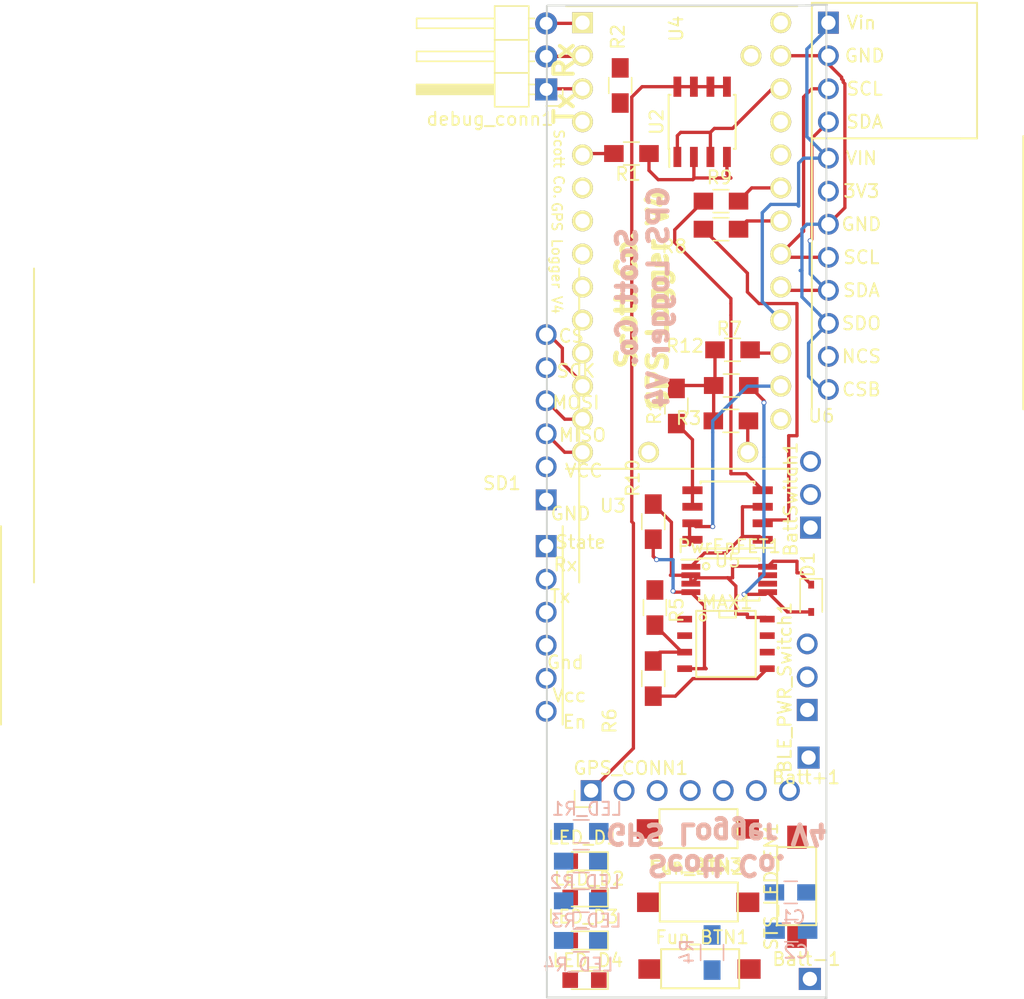
<source format=kicad_pcb>
(kicad_pcb (version 4) (host pcbnew 4.0.6)

  (general
    (links 101)
    (no_connects 50)
    (area 90.932 58.928 170.18 151.003)
    (thickness 1.6)
    (drawings 15)
    (tracks 206)
    (zones 0)
    (modules 42)
    (nets 43)
  )

  (page A4)
  (layers
    (0 F.Cu signal)
    (31 B.Cu signal)
    (32 B.Adhes user hide)
    (33 F.Adhes user)
    (34 B.Paste user)
    (35 F.Paste user)
    (36 B.SilkS user hide)
    (37 F.SilkS user hide)
    (38 B.Mask user hide)
    (39 F.Mask user hide)
    (40 Dwgs.User user hide)
    (41 Cmts.User user hide)
    (42 Eco1.User user hide)
    (43 Eco2.User user hide)
    (44 Edge.Cuts user)
    (45 Margin user hide)
    (46 B.CrtYd user hide)
    (47 F.CrtYd user hide)
    (48 B.Fab user hide)
    (49 F.Fab user hide)
  )

  (setup
    (last_trace_width 0.254)
    (trace_clearance 0.254)
    (zone_clearance 0.508)
    (zone_45_only no)
    (trace_min 0.1524)
    (segment_width 0.2)
    (edge_width 0.15)
    (via_size 0.381)
    (via_drill 0.254)
    (via_min_size 0.381)
    (via_min_drill 0.254)
    (user_via 0.508 0.3302)
    (user_via 0.889 0.508)
    (uvia_size 0.3)
    (uvia_drill 0.1)
    (uvias_allowed no)
    (uvia_min_size 0.2)
    (uvia_min_drill 0.1)
    (pcb_text_width 0.3)
    (pcb_text_size 1.5 1.5)
    (mod_edge_width 0.15)
    (mod_text_size 1 1)
    (mod_text_width 0.15)
    (pad_size 1.7 1.7)
    (pad_drill 1)
    (pad_to_mask_clearance 0.2)
    (aux_axis_origin 0 0)
    (visible_elements 7FFEF3FF)
    (pcbplotparams
      (layerselection 0x01030_80000001)
      (usegerberextensions false)
      (excludeedgelayer true)
      (linewidth 0.100000)
      (plotframeref false)
      (viasonmask false)
      (mode 1)
      (useauxorigin false)
      (hpglpennumber 1)
      (hpglpenspeed 20)
      (hpglpendiameter 15)
      (hpglpenoverlay 2)
      (psnegative false)
      (psa4output false)
      (plotreference true)
      (plotvalue true)
      (plotinvisibletext false)
      (padsonsilk true)
      (subtractmaskfromsilk false)
      (outputformat 1)
      (mirror false)
      (drillshape 0)
      (scaleselection 1)
      (outputdirectory test))
  )

  (net 0 "")
  (net 1 GND)
  (net 2 +3V3)
  (net 3 "Net-(Batt+1-Pad1)")
  (net 4 +BATT)
  (net 5 "Net-(MAX1-Pad4)")
  (net 6 "Net-(R1-Pad1)")
  (net 7 "Net-(LED_D1-Pad2)")
  (net 8 "Net-(LED_D1-Pad1)")
  (net 9 "Net-(LED_D2-Pad2)")
  (net 10 "Net-(LED_D3-Pad2)")
  (net 11 "Net-(LED_D4-Pad2)")
  (net 12 "Net-(BattSwitch1-Pad3)")
  (net 13 "Net-(BLE_PWR_Switch1-Pad2)")
  (net 14 /BattPostSwitch)
  (net 15 /USBPower+)
  (net 16 "Net-(Fun_BTN2-Pad1)")
  (net 17 "Net-(MAX1-Pad3)")
  (net 18 "Net-(Fun_BTN3-Pad1)")
  (net 19 /GPS_Pwr)
  (net 20 /GPS_Tx_RX3_7)
  (net 21 /GPS_Rx_TX3_8)
  (net 22 /LED1_P4)
  (net 23 /LED3_P22)
  (net 24 /LED4_P23)
  (net 25 /SDA)
  (net 26 /SCL)
  (net 27 /BLE_Rx_TX1_P0)
  (net 28 /BLE_Tx_RX1_P1)
  (net 29 /Fun_Btn_1_P2)
  (net 30 /LED2_P6)
  (net 31 /GPS_Pwr_En_P3)
  (net 32 "Net-(R8-Pad1)")
  (net 33 /Batt_Mon_En_P20)
  (net 34 /SD_En_P21)
  (net 35 "Net-(R9-Pad2)")
  (net 36 /SD_Pwr_En)
  (net 37 /SD_CS)
  (net 38 /SD_SCK_P14)
  (net 39 /SD_MOSI_P11)
  (net 40 /SD_MISO_P12)
  (net 41 "Net-(U4-Pad22)")
  (net 42 "Net-(U4-Pad24)")

  (net_class Default "This is the default net class."
    (clearance 0.254)
    (trace_width 0.254)
    (via_dia 0.381)
    (via_drill 0.254)
    (uvia_dia 0.3)
    (uvia_drill 0.1)
    (add_net +3V3)
    (add_net +BATT)
    (add_net /BLE_Rx_TX1_P0)
    (add_net /BLE_Tx_RX1_P1)
    (add_net /BattPostSwitch)
    (add_net /Batt_Mon_En_P20)
    (add_net /Fun_Btn_1_P2)
    (add_net /GPS_Pwr)
    (add_net /GPS_Pwr_En_P3)
    (add_net /GPS_Rx_TX3_8)
    (add_net /GPS_Tx_RX3_7)
    (add_net /LED1_P4)
    (add_net /LED2_P6)
    (add_net /LED3_P22)
    (add_net /LED4_P23)
    (add_net /SCL)
    (add_net /SDA)
    (add_net /SD_CS)
    (add_net /SD_En_P21)
    (add_net /SD_MISO_P12)
    (add_net /SD_MOSI_P11)
    (add_net /SD_Pwr_En)
    (add_net /SD_SCK_P14)
    (add_net /USBPower+)
    (add_net GND)
    (add_net "Net-(BLE_PWR_Switch1-Pad2)")
    (add_net "Net-(Batt+1-Pad1)")
    (add_net "Net-(BattSwitch1-Pad3)")
    (add_net "Net-(Fun_BTN2-Pad1)")
    (add_net "Net-(Fun_BTN3-Pad1)")
    (add_net "Net-(LED_D1-Pad1)")
    (add_net "Net-(LED_D1-Pad2)")
    (add_net "Net-(LED_D2-Pad2)")
    (add_net "Net-(LED_D3-Pad2)")
    (add_net "Net-(LED_D4-Pad2)")
    (add_net "Net-(MAX1-Pad3)")
    (add_net "Net-(MAX1-Pad4)")
    (add_net "Net-(R1-Pad1)")
    (add_net "Net-(R8-Pad1)")
    (add_net "Net-(R9-Pad2)")
    (add_net "Net-(U4-Pad22)")
    (add_net "Net-(U4-Pad24)")
  )

  (module EbayParts:HM-10_breakout (layer F.Cu) (tedit 59BA0BBB) (tstamp 59C1008A)
    (at 133.2484 102.4636)
    (descr "Through hole angled pin header, 1x03, 2.54mm pitch, 6mm pin length, single row")
    (tags "Through hole angled pin header THT 1x03 2.54mm single row")
    (path /59558901)
    (fp_text reference U3 (at 5.1308 -3.0988) (layer F.SilkS)
      (effects (font (size 1 1) (thickness 0.15)))
    )
    (fp_text value BLE_module (at -1.524 -2.032) (layer F.Fab)
      (effects (font (size 1 1) (thickness 0.15)))
    )
    (fp_text user En (at 2.1844 13.5128) (layer F.SilkS)
      (effects (font (size 1 1) (thickness 0.15)))
    )
    (fp_text user Vcc (at 1.778 11.4808) (layer F.SilkS)
      (effects (font (size 1 1) (thickness 0.15)))
    )
    (fp_text user Gnd (at 1.4732 8.9408) (layer F.SilkS)
      (effects (font (size 1 1) (thickness 0.15)))
    )
    (fp_text user Tx (at 1.0668 3.8608) (layer F.SilkS)
      (effects (font (size 1 1) (thickness 0.15)))
    )
    (fp_text user Rx (at 1.4732 1.4224) (layer F.SilkS)
      (effects (font (size 1 1) (thickness 0.15)))
    )
    (fp_text user State (at 2.6416 -0.3048) (layer F.SilkS)
      (effects (font (size 1 1) (thickness 0.15)))
    )
    (fp_line (start -41.91 -1.524) (end -41.91 13.716) (layer F.SilkS) (width 0.15))
    (fp_line (start 1.27 13.716) (end 1.27 -1.524) (layer F.SilkS) (width 0.15))
    (pad 6 thru_hole circle (at 0 12.7) (size 1.6 1.6) (drill 1.1) (layers *.Cu *.Mask))
    (pad 5 thru_hole circle (at 0 10.16) (size 1.6 1.6) (drill 1.1) (layers *.Cu *.Mask)
      (net 13 "Net-(BLE_PWR_Switch1-Pad2)"))
    (pad 4 thru_hole circle (at 0 7.62) (size 1.6 1.6) (drill 1.1) (layers *.Cu *.Mask)
      (net 1 GND))
    (pad 1 thru_hole rect (at 0 0) (size 1.6 1.7) (drill 1.1) (layers *.Cu *.Mask))
    (pad 2 thru_hole circle (at 0 2.54) (size 1.6 1.6) (drill 1.1) (layers *.Cu *.Mask)
      (net 27 /BLE_Rx_TX1_P0))
    (pad 3 thru_hole circle (at 0 5.08) (size 1.6 1.6) (drill 1.1) (layers *.Cu *.Mask)
      (net 28 /BLE_Tx_RX1_P1))
  )

  (module EbayParts:SDCard_Breakout (layer F.Cu) (tedit 59BA0BB1) (tstamp 59C1002A)
    (at 93.8784 105.2576)
    (path /58C79E1B)
    (fp_text reference SD1 (at 35.9664 -7.62) (layer F.SilkS)
      (effects (font (size 1 1) (thickness 0.15)))
    )
    (fp_text value SDCard_Breakout (at 10.16 -25.9) (layer F.Fab)
      (effects (font (size 1 1) (thickness 0.15)))
    )
    (fp_text user GND (at 41.2496 -5.2832) (layer F.SilkS)
      (effects (font (size 1 1) (thickness 0.15)))
    )
    (fp_text user VCC (at 42.2656 -8.5852) (layer F.SilkS)
      (effects (font (size 1 1) (thickness 0.15)))
    )
    (fp_text user MISO (at 42.164 -11.3284) (layer F.SilkS)
      (effects (font (size 1 1) (thickness 0.15)))
    )
    (fp_text user MOSI (at 41.656 -13.8176) (layer F.SilkS)
      (effects (font (size 1 1) (thickness 0.15)))
    )
    (fp_text user SCK (at 41.656 -16.256) (layer F.SilkS)
      (effects (font (size 1 1) (thickness 0.15)))
    )
    (fp_text user CS (at 41.3004 -18.9484) (layer F.SilkS)
      (effects (font (size 1 1) (thickness 0.15)))
    )
    (fp_line (start 0 0) (end 0 -24.13) (layer F.SilkS) (width 0.15))
    (fp_line (start 41.91 -24.13) (end 41.91 0) (layer F.SilkS) (width 0.15))
    (pad 6 thru_hole circle (at 39.37 -19.05) (size 1.6 1.6) (drill 1.1) (layers *.Cu *.Mask)
      (net 37 /SD_CS))
    (pad 5 thru_hole circle (at 39.37 -16.51) (size 1.6 1.6) (drill 1.1) (layers *.Cu *.Mask)
      (net 38 /SD_SCK_P14))
    (pad 4 thru_hole circle (at 39.37 -13.97) (size 1.6 1.6) (drill 1.1) (layers *.Cu *.Mask)
      (net 39 /SD_MOSI_P11))
    (pad 3 thru_hole circle (at 39.37 -11.43) (size 1.6 1.6) (drill 1.1) (layers *.Cu *.Mask)
      (net 40 /SD_MISO_P12))
    (pad 2 thru_hole circle (at 39.37 -8.89) (size 1.6 1.6) (drill 1.1) (layers *.Cu *.Mask)
      (net 36 /SD_Pwr_En))
    (pad 1 thru_hole rect (at 39.37 -6.35) (size 1.6 1.6) (drill 1.1) (layers *.Cu *.Mask)
      (net 1 GND))
  )

  (module EbayParts:Teensy_LC (layer F.Cu) (tedit 59B9FFD7) (tstamp 5955B977)
    (at 143.6624 78.74 270)
    (path /58C78C56)
    (fp_text reference U4 (at -16.0528 0.4064 270) (layer F.SilkS)
      (effects (font (size 1 1) (thickness 0.15)))
    )
    (fp_text value Teensy-LC (at 0 10.16 270) (layer F.Fab)
      (effects (font (size 1 1) (thickness 0.15)))
    )
    (fp_line (start 17.78 -8.89) (end 17.78 8.89) (layer F.SilkS) (width 0.15))
    (fp_line (start -17.78 8.89) (end -17.78 -8.89) (layer F.SilkS) (width 0.15))
    (pad 19 thru_hole circle (at 16.51 -5.08 270) (size 1.6 1.6) (drill 1.1) (layers *.Cu *.Mask F.SilkS)
      (net 16 "Net-(Fun_BTN2-Pad1)"))
    (pad 4 thru_hole circle (at -8.89 7.62 270) (size 1.6 1.6) (drill 1.1) (layers *.Cu *.Mask F.SilkS)
      (net 29 /Fun_Btn_1_P2))
    (pad 30 thru_hole circle (at -8.89 -7.62 270) (size 1.6 1.6) (drill 1.1) (layers *.Cu *.Mask F.SilkS)
      (net 24 /LED4_P23))
    (pad 29 thru_hole circle (at -6.35 -7.62 270) (size 1.6 1.6) (drill 1.1) (layers *.Cu *.Mask F.SilkS)
      (net 23 /LED3_P22))
    (pad 13 thru_hole circle (at 13.97 7.62 270) (size 1.6 1.6) (drill 1.1) (layers *.Cu *.Mask F.SilkS)
      (net 39 /SD_MOSI_P11))
    (pad 6 thru_hole circle (at -3.81 7.62 270) (size 1.6 1.6) (drill 1.1) (layers *.Cu *.Mask F.SilkS)
      (net 22 /LED1_P4))
    (pad 34 thru_hole circle (at -13.97 -5.334 270) (size 1.6 1.6) (drill 1.1) (layers *.Cu *.Mask F.SilkS)
      (net 15 /USBPower+))
    (pad 11 thru_hole circle (at 8.89 7.62 270) (size 1.6 1.6) (drill 1.1) (layers *.Cu *.Mask F.SilkS))
    (pad 3 thru_hole circle (at -11.43 7.62 270) (size 1.6 1.6) (drill 1.1) (layers *.Cu *.Mask F.SilkS)
      (net 28 /BLE_Tx_RX1_P1))
    (pad 8 thru_hole circle (at 1.27 7.62 270) (size 1.6 1.6) (drill 1.1) (layers *.Cu *.Mask F.SilkS)
      (net 30 /LED2_P6))
    (pad 2 thru_hole circle (at -13.97 7.62 270) (size 1.6 1.6) (drill 1.1) (layers *.Cu *.Mask F.SilkS)
      (net 27 /BLE_Rx_TX1_P0))
    (pad 27 thru_hole circle (at -1.27 -7.62 270) (size 1.6 1.6) (drill 1.1) (layers *.Cu *.Mask F.SilkS)
      (net 33 /Batt_Mon_En_P20))
    (pad 21 thru_hole circle (at 13.97 -7.62 270) (size 1.6 1.6) (drill 1.1) (layers *.Cu *.Mask F.SilkS)
      (net 38 /SD_SCK_P14))
    (pad 16 thru_hole circle (at 16.51 2.54 270) (size 1.6 1.6) (drill 1.1) (layers *.Cu *.Mask F.SilkS)
      (net 2 +3V3))
    (pad 14 thru_hole circle (at 16.51 7.62 270) (size 1.6 1.6) (drill 1.1) (layers *.Cu *.Mask F.SilkS)
      (net 40 /SD_MISO_P12))
    (pad 22 thru_hole circle (at 11.43 -7.62 270) (size 1.6 1.6) (drill 1.1) (layers *.Cu *.Mask F.SilkS)
      (net 41 "Net-(U4-Pad22)"))
    (pad 23 thru_hole circle (at 8.89 -7.62 270) (size 1.6 1.6) (drill 1.1) (layers *.Cu *.Mask F.SilkS)
      (net 18 "Net-(Fun_BTN3-Pad1)"))
    (pad 24 thru_hole circle (at 6.35 -7.62 270) (size 1.6 1.6) (drill 1.1) (layers *.Cu *.Mask F.SilkS)
      (net 42 "Net-(U4-Pad24)"))
    (pad 25 thru_hole circle (at 3.81 -7.62 270) (size 1.6 1.6) (drill 1.1) (layers *.Cu *.Mask F.SilkS)
      (net 25 /SDA))
    (pad 26 thru_hole circle (at 1.27 -7.62 270) (size 1.6 1.6) (drill 1.1) (layers *.Cu *.Mask F.SilkS)
      (net 26 /SCL))
    (pad 28 thru_hole circle (at -3.81 -7.62 270) (size 1.6 1.6) (drill 1.1) (layers *.Cu *.Mask F.SilkS)
      (net 34 /SD_En_P21))
    (pad 31 thru_hole circle (at -11.43 -7.62 270) (size 1.6 1.6) (drill 1.1) (layers *.Cu *.Mask F.SilkS)
      (net 2 +3V3))
    (pad 32 thru_hole circle (at -13.97 -7.62 270) (size 1.6 1.6) (drill 1.1) (layers *.Cu *.Mask F.SilkS)
      (net 1 GND))
    (pad 33 thru_hole circle (at -16.51 -7.62 270) (size 1.6 1.6) (drill 1.1) (layers *.Cu *.Mask F.SilkS)
      (net 4 +BATT))
    (pad 12 thru_hole circle (at 11.43 7.62 270) (size 1.6 1.6) (drill 1.1) (layers *.Cu *.Mask F.SilkS)
      (net 37 /SD_CS))
    (pad 10 thru_hole circle (at 6.35 7.62 270) (size 1.6 1.6) (drill 1.1) (layers *.Cu *.Mask F.SilkS)
      (net 21 /GPS_Rx_TX3_8))
    (pad 9 thru_hole circle (at 3.81 7.62 270) (size 1.6 1.6) (drill 1.1) (layers *.Cu *.Mask F.SilkS)
      (net 20 /GPS_Tx_RX3_7))
    (pad 7 thru_hole circle (at -1.27 7.62 270) (size 1.6 1.6) (drill 1.1) (layers *.Cu *.Mask F.SilkS))
    (pad 5 thru_hole circle (at -6.35 7.62 270) (size 1.6 1.6) (drill 1.1) (layers *.Cu *.Mask F.SilkS)
      (net 31 /GPS_Pwr_En_P3))
    (pad 1 thru_hole rect (at -16.51 7.62 270) (size 1.6 1.6) (drill 1.1) (layers *.Cu *.Mask F.SilkS)
      (net 1 GND))
  )

  (module Capacitors_SMD:C_0805_HandSoldering (layer B.Cu) (tedit 5969A220) (tstamp 58EF18DC)
    (at 152.0444 129.0828)
    (descr "Capacitor SMD 0805, hand soldering")
    (tags "capacitor 0805")
    (path /58C7CCD2)
    (attr smd)
    (fp_text reference C1 (at 0.162 1.904) (layer B.SilkS)
      (effects (font (size 1 1) (thickness 0.15)) (justify mirror))
    )
    (fp_text value 82nF (at 0 -1.75) (layer B.Fab)
      (effects (font (size 1 1) (thickness 0.15)) (justify mirror))
    )
    (fp_text user %R (at 0 1.75) (layer B.Fab)
      (effects (font (size 1 1) (thickness 0.15)) (justify mirror))
    )
    (fp_line (start -1 -0.62) (end -1 0.62) (layer B.Fab) (width 0.1))
    (fp_line (start 1 -0.62) (end -1 -0.62) (layer B.Fab) (width 0.1))
    (fp_line (start 1 0.62) (end 1 -0.62) (layer B.Fab) (width 0.1))
    (fp_line (start -1 0.62) (end 1 0.62) (layer B.Fab) (width 0.1))
    (fp_line (start 0.5 0.85) (end -0.5 0.85) (layer B.SilkS) (width 0.12))
    (fp_line (start -0.5 -0.85) (end 0.5 -0.85) (layer B.SilkS) (width 0.12))
    (fp_line (start -2.25 0.88) (end 2.25 0.88) (layer B.CrtYd) (width 0.05))
    (fp_line (start -2.25 0.88) (end -2.25 -0.87) (layer B.CrtYd) (width 0.05))
    (fp_line (start 2.25 -0.87) (end 2.25 0.88) (layer B.CrtYd) (width 0.05))
    (fp_line (start 2.25 -0.87) (end -2.25 -0.87) (layer B.CrtYd) (width 0.05))
    (pad 1 smd rect (at -1.25 0) (size 1.5 1.25) (layers B.Cu B.Paste B.Mask)
      (net 2 +3V3))
    (pad 2 smd rect (at 1.25 0) (size 1.5 1.25) (layers B.Cu B.Paste B.Mask)
      (net 1 GND))
    (model Capacitors_SMD.3dshapes/C_0805.wrl
      (at (xyz 0 0 0))
      (scale (xyz 1 1 1))
      (rotate (xyz 0 0 0))
    )
  )

  (module Capacitors_SMD:C_0805_HandSoldering (layer B.Cu) (tedit 59BA0BD7) (tstamp 58EF18E2)
    (at 152.0952 132.0292)
    (descr "Capacitor SMD 0805, hand soldering")
    (tags "capacitor 0805")
    (path /58C7CE8C)
    (attr smd)
    (fp_text reference C2 (at 0.3556 1.6256) (layer B.SilkS)
      (effects (font (size 1 1) (thickness 0.15)) (justify mirror))
    )
    (fp_text value 2.2uF (at 0 -1.75) (layer B.Fab)
      (effects (font (size 1 1) (thickness 0.15)) (justify mirror))
    )
    (fp_text user %R (at 0 1.75) (layer B.Fab)
      (effects (font (size 1 1) (thickness 0.15)) (justify mirror))
    )
    (fp_line (start -1 -0.62) (end -1 0.62) (layer B.Fab) (width 0.1))
    (fp_line (start 1 -0.62) (end -1 -0.62) (layer B.Fab) (width 0.1))
    (fp_line (start 1 0.62) (end 1 -0.62) (layer B.Fab) (width 0.1))
    (fp_line (start -1 0.62) (end 1 0.62) (layer B.Fab) (width 0.1))
    (fp_line (start 0.5 0.85) (end -0.5 0.85) (layer B.SilkS) (width 0.12))
    (fp_line (start -0.5 -0.85) (end 0.5 -0.85) (layer B.SilkS) (width 0.12))
    (fp_line (start -2.25 0.88) (end 2.25 0.88) (layer B.CrtYd) (width 0.05))
    (fp_line (start -2.25 0.88) (end -2.25 -0.87) (layer B.CrtYd) (width 0.05))
    (fp_line (start 2.25 -0.87) (end 2.25 0.88) (layer B.CrtYd) (width 0.05))
    (fp_line (start 2.25 -0.87) (end -2.25 -0.87) (layer B.CrtYd) (width 0.05))
    (pad 1 smd rect (at -1.25 0) (size 1.5 1.25) (layers B.Cu B.Paste B.Mask)
      (net 2 +3V3))
    (pad 2 smd rect (at 1.25 0) (size 1.5 1.25) (layers B.Cu B.Paste B.Mask)
      (net 1 GND))
    (model Capacitors_SMD.3dshapes/C_0805.wrl
      (at (xyz 0 0 0))
      (scale (xyz 1 1 1))
      (rotate (xyz 0 0 0))
    )
  )

  (module Resistors_SMD:R_0805_HandSoldering (layer F.Cu) (tedit 59B89898) (tstamp 58EF1918)
    (at 139.8016 72.2884 180)
    (descr "Resistor SMD 0805, hand soldering")
    (tags "resistor 0805")
    (path /58CE2A45)
    (attr smd)
    (fp_text reference R1 (at 0.254 -1.5748 180) (layer F.SilkS)
      (effects (font (size 1 1) (thickness 0.15)))
    )
    (fp_text value 10k (at 0 1.75 180) (layer F.Fab)
      (effects (font (size 1 1) (thickness 0.15)))
    )
    (fp_text user %R (at 0 0 180) (layer F.Fab)
      (effects (font (size 0.5 0.5) (thickness 0.075)))
    )
    (fp_line (start -1 0.62) (end -1 -0.62) (layer F.Fab) (width 0.1))
    (fp_line (start 1 0.62) (end -1 0.62) (layer F.Fab) (width 0.1))
    (fp_line (start 1 -0.62) (end 1 0.62) (layer F.Fab) (width 0.1))
    (fp_line (start -1 -0.62) (end 1 -0.62) (layer F.Fab) (width 0.1))
    (fp_line (start 0.6 0.88) (end -0.6 0.88) (layer F.SilkS) (width 0.12))
    (fp_line (start -0.6 -0.88) (end 0.6 -0.88) (layer F.SilkS) (width 0.12))
    (fp_line (start -2.35 -0.9) (end 2.35 -0.9) (layer F.CrtYd) (width 0.05))
    (fp_line (start -2.35 -0.9) (end -2.35 0.9) (layer F.CrtYd) (width 0.05))
    (fp_line (start 2.35 0.9) (end 2.35 -0.9) (layer F.CrtYd) (width 0.05))
    (fp_line (start 2.35 0.9) (end -2.35 0.9) (layer F.CrtYd) (width 0.05))
    (pad 1 smd rect (at -1.35 0 180) (size 1.5 1.3) (layers F.Cu F.Paste F.Mask)
      (net 6 "Net-(R1-Pad1)"))
    (pad 2 smd rect (at 1.35 0 180) (size 1.5 1.3) (layers F.Cu F.Paste F.Mask)
      (net 31 /GPS_Pwr_En_P3))
    (model ${KISYS3DMOD}/Resistors_SMD.3dshapes/R_0805.wrl
      (at (xyz 0 0 0))
      (scale (xyz 1 1 1))
      (rotate (xyz 0 0 0))
    )
  )

  (module Resistors_SMD:R_0805_HandSoldering (layer F.Cu) (tedit 59FCEACF) (tstamp 58EF191E)
    (at 138.938 67.056 90)
    (descr "Resistor SMD 0805, hand soldering")
    (tags "resistor 0805")
    (path /5955AF9C)
    (attr smd)
    (fp_text reference R2 (at 3.7338 -0.1778 270) (layer F.SilkS)
      (effects (font (size 1 1) (thickness 0.15)))
    )
    (fp_text value 10k (at 0 1.75 90) (layer F.Fab)
      (effects (font (size 1 1) (thickness 0.15)))
    )
    (fp_text user %R (at 0 0 90) (layer F.Fab)
      (effects (font (size 0.5 0.5) (thickness 0.075)))
    )
    (fp_line (start -1 0.62) (end -1 -0.62) (layer F.Fab) (width 0.1))
    (fp_line (start 1 0.62) (end -1 0.62) (layer F.Fab) (width 0.1))
    (fp_line (start 1 -0.62) (end 1 0.62) (layer F.Fab) (width 0.1))
    (fp_line (start -1 -0.62) (end 1 -0.62) (layer F.Fab) (width 0.1))
    (fp_line (start 0.6 0.88) (end -0.6 0.88) (layer F.SilkS) (width 0.12))
    (fp_line (start -0.6 -0.88) (end 0.6 -0.88) (layer F.SilkS) (width 0.12))
    (fp_line (start -2.35 -0.9) (end 2.35 -0.9) (layer F.CrtYd) (width 0.05))
    (fp_line (start -2.35 -0.9) (end -2.35 0.9) (layer F.CrtYd) (width 0.05))
    (fp_line (start 2.35 0.9) (end 2.35 -0.9) (layer F.CrtYd) (width 0.05))
    (fp_line (start 2.35 0.9) (end -2.35 0.9) (layer F.CrtYd) (width 0.05))
    (pad 1 smd rect (at -1.35 0 90) (size 1.5 1.3) (layers F.Cu F.Paste F.Mask)
      (net 29 /Fun_Btn_1_P2))
    (pad 2 smd rect (at 1.35 0 90) (size 1.5 1.3) (layers F.Cu F.Paste F.Mask)
      (net 1 GND))
    (model ${KISYS3DMOD}/Resistors_SMD.3dshapes/R_0805.wrl
      (at (xyz 0 0 0))
      (scale (xyz 1 1 1))
      (rotate (xyz 0 0 0))
    )
  )

  (module Resistors_SMD:R_0805_HandSoldering (layer F.Cu) (tedit 59B9FF96) (tstamp 58EF1924)
    (at 147.447 92.837 180)
    (descr "Resistor SMD 0805, hand soldering")
    (tags "resistor 0805")
    (path /593B5081)
    (attr smd)
    (fp_text reference R3 (at 3.2512 0.2032 180) (layer F.SilkS)
      (effects (font (size 1 1) (thickness 0.15)))
    )
    (fp_text value 10k (at 0 1.75 180) (layer F.Fab)
      (effects (font (size 1 1) (thickness 0.15)))
    )
    (fp_text user %R (at 0 0 180) (layer F.Fab)
      (effects (font (size 0.5 0.5) (thickness 0.075)))
    )
    (fp_line (start -1 0.62) (end -1 -0.62) (layer F.Fab) (width 0.1))
    (fp_line (start 1 0.62) (end -1 0.62) (layer F.Fab) (width 0.1))
    (fp_line (start 1 -0.62) (end 1 0.62) (layer F.Fab) (width 0.1))
    (fp_line (start -1 -0.62) (end 1 -0.62) (layer F.Fab) (width 0.1))
    (fp_line (start 0.6 0.88) (end -0.6 0.88) (layer F.SilkS) (width 0.12))
    (fp_line (start -0.6 -0.88) (end 0.6 -0.88) (layer F.SilkS) (width 0.12))
    (fp_line (start -2.35 -0.9) (end 2.35 -0.9) (layer F.CrtYd) (width 0.05))
    (fp_line (start -2.35 -0.9) (end -2.35 0.9) (layer F.CrtYd) (width 0.05))
    (fp_line (start 2.35 0.9) (end 2.35 -0.9) (layer F.CrtYd) (width 0.05))
    (fp_line (start 2.35 0.9) (end -2.35 0.9) (layer F.CrtYd) (width 0.05))
    (pad 1 smd rect (at -1.35 0 180) (size 1.5 1.3) (layers F.Cu F.Paste F.Mask)
      (net 16 "Net-(Fun_BTN2-Pad1)"))
    (pad 2 smd rect (at 1.35 0 180) (size 1.5 1.3) (layers F.Cu F.Paste F.Mask)
      (net 1 GND))
    (model ${KISYS3DMOD}/Resistors_SMD.3dshapes/R_0805.wrl
      (at (xyz 0 0 0))
      (scale (xyz 1 1 1))
      (rotate (xyz 0 0 0))
    )
  )

  (module Resistors_SMD:R_0805_HandSoldering (layer F.Cu) (tedit 59BA0BBE) (tstamp 58EF1936)
    (at 141.478 112.649 90)
    (descr "Resistor SMD 0805, hand soldering")
    (tags "resistor 0805")
    (path /58D44E32)
    (attr smd)
    (fp_text reference R6 (at -3.2512 -3.3528 90) (layer F.SilkS)
      (effects (font (size 1 1) (thickness 0.15)))
    )
    (fp_text value 56k (at 0 1.75 90) (layer F.Fab)
      (effects (font (size 1 1) (thickness 0.15)))
    )
    (fp_text user %R (at 0 0 90) (layer F.Fab)
      (effects (font (size 0.5 0.5) (thickness 0.075)))
    )
    (fp_line (start -1 0.62) (end -1 -0.62) (layer F.Fab) (width 0.1))
    (fp_line (start 1 0.62) (end -1 0.62) (layer F.Fab) (width 0.1))
    (fp_line (start 1 -0.62) (end 1 0.62) (layer F.Fab) (width 0.1))
    (fp_line (start -1 -0.62) (end 1 -0.62) (layer F.Fab) (width 0.1))
    (fp_line (start 0.6 0.88) (end -0.6 0.88) (layer F.SilkS) (width 0.12))
    (fp_line (start -0.6 -0.88) (end 0.6 -0.88) (layer F.SilkS) (width 0.12))
    (fp_line (start -2.35 -0.9) (end 2.35 -0.9) (layer F.CrtYd) (width 0.05))
    (fp_line (start -2.35 -0.9) (end -2.35 0.9) (layer F.CrtYd) (width 0.05))
    (fp_line (start 2.35 0.9) (end 2.35 -0.9) (layer F.CrtYd) (width 0.05))
    (fp_line (start 2.35 0.9) (end -2.35 0.9) (layer F.CrtYd) (width 0.05))
    (pad 1 smd rect (at -1.35 0 90) (size 1.5 1.3) (layers F.Cu F.Paste F.Mask)
      (net 1 GND))
    (pad 2 smd rect (at 1.35 0 90) (size 1.5 1.3) (layers F.Cu F.Paste F.Mask)
      (net 17 "Net-(MAX1-Pad3)"))
    (model ${KISYS3DMOD}/Resistors_SMD.3dshapes/R_0805.wrl
      (at (xyz 0 0 0))
      (scale (xyz 1 1 1))
      (rotate (xyz 0 0 0))
    )
  )

  (module Resistors_SMD:R_0805_HandSoldering (layer F.Cu) (tedit 59BA0BBF) (tstamp 58EF1942)
    (at 146.685 78.105)
    (descr "Resistor SMD 0805, hand soldering")
    (tags "resistor 0805")
    (path /58D27FE9)
    (attr smd)
    (fp_text reference R8 (at -3.6068 1.3208) (layer F.SilkS)
      (effects (font (size 1 1) (thickness 0.15)))
    )
    (fp_text value 10k (at 0 1.75) (layer F.Fab)
      (effects (font (size 1 1) (thickness 0.15)))
    )
    (fp_text user %R (at 0 0) (layer F.Fab)
      (effects (font (size 0.5 0.5) (thickness 0.075)))
    )
    (fp_line (start -1 0.62) (end -1 -0.62) (layer F.Fab) (width 0.1))
    (fp_line (start 1 0.62) (end -1 0.62) (layer F.Fab) (width 0.1))
    (fp_line (start 1 -0.62) (end 1 0.62) (layer F.Fab) (width 0.1))
    (fp_line (start -1 -0.62) (end 1 -0.62) (layer F.Fab) (width 0.1))
    (fp_line (start 0.6 0.88) (end -0.6 0.88) (layer F.SilkS) (width 0.12))
    (fp_line (start -0.6 -0.88) (end 0.6 -0.88) (layer F.SilkS) (width 0.12))
    (fp_line (start -2.35 -0.9) (end 2.35 -0.9) (layer F.CrtYd) (width 0.05))
    (fp_line (start -2.35 -0.9) (end -2.35 0.9) (layer F.CrtYd) (width 0.05))
    (fp_line (start 2.35 0.9) (end 2.35 -0.9) (layer F.CrtYd) (width 0.05))
    (fp_line (start 2.35 0.9) (end -2.35 0.9) (layer F.CrtYd) (width 0.05))
    (pad 1 smd rect (at -1.35 0) (size 1.5 1.3) (layers F.Cu F.Paste F.Mask)
      (net 32 "Net-(R8-Pad1)"))
    (pad 2 smd rect (at 1.35 0) (size 1.5 1.3) (layers F.Cu F.Paste F.Mask)
      (net 33 /Batt_Mon_En_P20))
    (model ${KISYS3DMOD}/Resistors_SMD.3dshapes/R_0805.wrl
      (at (xyz 0 0 0))
      (scale (xyz 1 1 1))
      (rotate (xyz 0 0 0))
    )
  )

  (module Resistors_SMD:R_0805_HandSoldering (layer F.Cu) (tedit 59BA0BF3) (tstamp 58EF1954)
    (at 147.4724 90.1192)
    (descr "Resistor SMD 0805, hand soldering")
    (tags "resistor 0805")
    (path /58D1E754)
    (attr smd)
    (fp_text reference R12 (at -3.556 -3.048) (layer F.SilkS)
      (effects (font (size 1 1) (thickness 0.15)))
    )
    (fp_text value 100k (at 0 1.75) (layer F.Fab)
      (effects (font (size 1 1) (thickness 0.15)))
    )
    (fp_text user %R (at 0 0) (layer F.Fab)
      (effects (font (size 0.5 0.5) (thickness 0.075)))
    )
    (fp_line (start -1 0.62) (end -1 -0.62) (layer F.Fab) (width 0.1))
    (fp_line (start 1 0.62) (end -1 0.62) (layer F.Fab) (width 0.1))
    (fp_line (start 1 -0.62) (end 1 0.62) (layer F.Fab) (width 0.1))
    (fp_line (start -1 -0.62) (end 1 -0.62) (layer F.Fab) (width 0.1))
    (fp_line (start 0.6 0.88) (end -0.6 0.88) (layer F.SilkS) (width 0.12))
    (fp_line (start -0.6 -0.88) (end 0.6 -0.88) (layer F.SilkS) (width 0.12))
    (fp_line (start -2.35 -0.9) (end 2.35 -0.9) (layer F.CrtYd) (width 0.05))
    (fp_line (start -2.35 -0.9) (end -2.35 0.9) (layer F.CrtYd) (width 0.05))
    (fp_line (start 2.35 0.9) (end 2.35 -0.9) (layer F.CrtYd) (width 0.05))
    (fp_line (start 2.35 0.9) (end -2.35 0.9) (layer F.CrtYd) (width 0.05))
    (pad 1 smd rect (at -1.35 0) (size 1.5 1.3) (layers F.Cu F.Paste F.Mask)
      (net 1 GND))
    (pad 2 smd rect (at 1.35 0) (size 1.5 1.3) (layers F.Cu F.Paste F.Mask)
      (net 15 /USBPower+))
    (model ${KISYS3DMOD}/Resistors_SMD.3dshapes/R_0805.wrl
      (at (xyz 0 0 0))
      (scale (xyz 1 1 1))
      (rotate (xyz 0 0 0))
    )
  )

  (module EbayParts:SOIC-8-N (layer F.Cu) (tedit 59BA0BC7) (tstamp 590DFBE6)
    (at 147.066 109.982 270)
    (descr "Module Narrow CMS SOJ 8 pins large")
    (tags "CMS SOJ")
    (path /58D3E43D)
    (attr smd)
    (fp_text reference MAX1 (at -3.2004 -0.1016 540) (layer F.SilkS)
      (effects (font (size 1 1) (thickness 0.15)))
    )
    (fp_text value MAX8211 (at 0 1.27 270) (layer F.Fab)
      (effects (font (size 1 1) (thickness 0.15)))
    )
    (fp_circle (center -2.032 1.778) (end -1.778 1.778) (layer F.SilkS) (width 0.15))
    (fp_line (start -2.54 -2.286) (end 2.54 -2.286) (layer F.SilkS) (width 0.15))
    (fp_line (start 2.54 -2.286) (end 2.54 2.286) (layer F.SilkS) (width 0.15))
    (fp_line (start 2.54 2.286) (end -2.54 2.286) (layer F.SilkS) (width 0.15))
    (fp_line (start -2.54 2.286) (end -2.54 -2.286) (layer F.SilkS) (width 0.15))
    (fp_line (start -2.54 -0.762) (end -2.032 -0.762) (layer F.SilkS) (width 0.15))
    (fp_line (start -2.032 -0.762) (end -2.032 0.508) (layer F.SilkS) (width 0.15))
    (fp_line (start -2.032 0.508) (end -2.54 0.508) (layer F.SilkS) (width 0.15))
    (pad 8 smd rect (at -1.905 -3.175 270) (size 0.508 1.143) (layers F.Cu F.Paste F.Mask)
      (net 14 /BattPostSwitch))
    (pad 7 smd rect (at -0.635 -3.175 270) (size 0.508 1.143) (layers F.Cu F.Paste F.Mask))
    (pad 6 smd rect (at 0.635 -3.175 270) (size 0.508 1.143) (layers F.Cu F.Paste F.Mask))
    (pad 5 smd rect (at 1.905 -3.175 270) (size 0.508 1.143) (layers F.Cu F.Paste F.Mask)
      (net 1 GND))
    (pad 4 smd rect (at 1.905 3.175 270) (size 0.508 1.143) (layers F.Cu F.Paste F.Mask)
      (net 5 "Net-(MAX1-Pad4)"))
    (pad 3 smd rect (at 0.635 3.175 270) (size 0.508 1.143) (layers F.Cu F.Paste F.Mask)
      (net 17 "Net-(MAX1-Pad3)"))
    (pad 2 smd rect (at -0.635 3.175 270) (size 0.508 1.143) (layers F.Cu F.Paste F.Mask))
    (pad 1 smd rect (at -1.905 3.175 270) (size 0.508 1.143) (layers F.Cu F.Paste F.Mask))
    (model SMD_Packages.3dshapes/SOIC-8-N.wrl
      (at (xyz 0 0 0))
      (scale (xyz 0.5 0.38 0.5))
      (rotate (xyz 0 0 0))
    )
  )

  (module LEDs:LED_0805 (layer F.Cu) (tedit 5969A302) (tstamp 590E035C)
    (at 136.1956 126.6812 180)
    (descr "LED 0805 smd package")
    (tags "LED led 0805 SMD smd SMT smt smdled SMDLED smtled SMTLED")
    (path /590E1C0A)
    (attr smd)
    (fp_text reference LED_D1 (at 0.084 1.806 180) (layer F.SilkS)
      (effects (font (size 1 1) (thickness 0.15)))
    )
    (fp_text value BLUE (at 0 1.55 180) (layer F.Fab)
      (effects (font (size 1 1) (thickness 0.15)))
    )
    (fp_line (start -1.8 -0.7) (end -1.8 0.7) (layer F.SilkS) (width 0.12))
    (fp_line (start -0.4 -0.4) (end -0.4 0.4) (layer F.Fab) (width 0.1))
    (fp_line (start -0.4 0) (end 0.2 -0.4) (layer F.Fab) (width 0.1))
    (fp_line (start 0.2 0.4) (end -0.4 0) (layer F.Fab) (width 0.1))
    (fp_line (start 0.2 -0.4) (end 0.2 0.4) (layer F.Fab) (width 0.1))
    (fp_line (start 1 0.6) (end -1 0.6) (layer F.Fab) (width 0.1))
    (fp_line (start 1 -0.6) (end 1 0.6) (layer F.Fab) (width 0.1))
    (fp_line (start -1 -0.6) (end 1 -0.6) (layer F.Fab) (width 0.1))
    (fp_line (start -1 0.6) (end -1 -0.6) (layer F.Fab) (width 0.1))
    (fp_line (start -1.8 0.7) (end 1 0.7) (layer F.SilkS) (width 0.12))
    (fp_line (start -1.8 -0.7) (end 1 -0.7) (layer F.SilkS) (width 0.12))
    (fp_line (start 1.95 -0.85) (end 1.95 0.85) (layer F.CrtYd) (width 0.05))
    (fp_line (start 1.95 0.85) (end -1.95 0.85) (layer F.CrtYd) (width 0.05))
    (fp_line (start -1.95 0.85) (end -1.95 -0.85) (layer F.CrtYd) (width 0.05))
    (fp_line (start -1.95 -0.85) (end 1.95 -0.85) (layer F.CrtYd) (width 0.05))
    (pad 2 smd rect (at 1.1 0) (size 1.2 1.2) (layers F.Cu F.Paste F.Mask)
      (net 7 "Net-(LED_D1-Pad2)"))
    (pad 1 smd rect (at -1.1 0) (size 1.2 1.2) (layers F.Cu F.Paste F.Mask)
      (net 8 "Net-(LED_D1-Pad1)"))
    (model LEDs.3dshapes/LED_0805.wrl
      (at (xyz 0 0 0))
      (scale (xyz 1 1 1))
      (rotate (xyz 0 0 180))
    )
  )

  (module LEDs:LED_0805 (layer F.Cu) (tedit 5969A304) (tstamp 590E0362)
    (at 136.1956 129.4752 180)
    (descr "LED 0805 smd package")
    (tags "LED led 0805 SMD smd SMT smt smdled SMDLED smtled SMTLED")
    (path /590E1D37)
    (attr smd)
    (fp_text reference LED_D2 (at -0.36 1.44 180) (layer F.SilkS)
      (effects (font (size 1 1) (thickness 0.15)))
    )
    (fp_text value GREEN (at 0 1.55 180) (layer F.Fab)
      (effects (font (size 1 1) (thickness 0.15)))
    )
    (fp_line (start -1.8 -0.7) (end -1.8 0.7) (layer F.SilkS) (width 0.12))
    (fp_line (start -0.4 -0.4) (end -0.4 0.4) (layer F.Fab) (width 0.1))
    (fp_line (start -0.4 0) (end 0.2 -0.4) (layer F.Fab) (width 0.1))
    (fp_line (start 0.2 0.4) (end -0.4 0) (layer F.Fab) (width 0.1))
    (fp_line (start 0.2 -0.4) (end 0.2 0.4) (layer F.Fab) (width 0.1))
    (fp_line (start 1 0.6) (end -1 0.6) (layer F.Fab) (width 0.1))
    (fp_line (start 1 -0.6) (end 1 0.6) (layer F.Fab) (width 0.1))
    (fp_line (start -1 -0.6) (end 1 -0.6) (layer F.Fab) (width 0.1))
    (fp_line (start -1 0.6) (end -1 -0.6) (layer F.Fab) (width 0.1))
    (fp_line (start -1.8 0.7) (end 1 0.7) (layer F.SilkS) (width 0.12))
    (fp_line (start -1.8 -0.7) (end 1 -0.7) (layer F.SilkS) (width 0.12))
    (fp_line (start 1.95 -0.85) (end 1.95 0.85) (layer F.CrtYd) (width 0.05))
    (fp_line (start 1.95 0.85) (end -1.95 0.85) (layer F.CrtYd) (width 0.05))
    (fp_line (start -1.95 0.85) (end -1.95 -0.85) (layer F.CrtYd) (width 0.05))
    (fp_line (start -1.95 -0.85) (end 1.95 -0.85) (layer F.CrtYd) (width 0.05))
    (pad 2 smd rect (at 1.1 0) (size 1.2 1.2) (layers F.Cu F.Paste F.Mask)
      (net 9 "Net-(LED_D2-Pad2)"))
    (pad 1 smd rect (at -1.1 0) (size 1.2 1.2) (layers F.Cu F.Paste F.Mask)
      (net 8 "Net-(LED_D1-Pad1)"))
    (model LEDs.3dshapes/LED_0805.wrl
      (at (xyz 0 0 0))
      (scale (xyz 1 1 1))
      (rotate (xyz 0 0 180))
    )
  )

  (module LEDs:LED_0805 (layer F.Cu) (tedit 5969A306) (tstamp 590E0368)
    (at 136.1956 132.7772 180)
    (descr "LED 0805 smd package")
    (tags "LED led 0805 SMD smd SMT smt smdled SMDLED smtled SMTLED")
    (path /590E1E01)
    (attr smd)
    (fp_text reference LED_D3 (at 0.104 1.822 180) (layer F.SilkS)
      (effects (font (size 1 1) (thickness 0.15)))
    )
    (fp_text value RED (at 0 1.55 180) (layer F.Fab)
      (effects (font (size 1 1) (thickness 0.15)))
    )
    (fp_line (start -1.8 -0.7) (end -1.8 0.7) (layer F.SilkS) (width 0.12))
    (fp_line (start -0.4 -0.4) (end -0.4 0.4) (layer F.Fab) (width 0.1))
    (fp_line (start -0.4 0) (end 0.2 -0.4) (layer F.Fab) (width 0.1))
    (fp_line (start 0.2 0.4) (end -0.4 0) (layer F.Fab) (width 0.1))
    (fp_line (start 0.2 -0.4) (end 0.2 0.4) (layer F.Fab) (width 0.1))
    (fp_line (start 1 0.6) (end -1 0.6) (layer F.Fab) (width 0.1))
    (fp_line (start 1 -0.6) (end 1 0.6) (layer F.Fab) (width 0.1))
    (fp_line (start -1 -0.6) (end 1 -0.6) (layer F.Fab) (width 0.1))
    (fp_line (start -1 0.6) (end -1 -0.6) (layer F.Fab) (width 0.1))
    (fp_line (start -1.8 0.7) (end 1 0.7) (layer F.SilkS) (width 0.12))
    (fp_line (start -1.8 -0.7) (end 1 -0.7) (layer F.SilkS) (width 0.12))
    (fp_line (start 1.95 -0.85) (end 1.95 0.85) (layer F.CrtYd) (width 0.05))
    (fp_line (start 1.95 0.85) (end -1.95 0.85) (layer F.CrtYd) (width 0.05))
    (fp_line (start -1.95 0.85) (end -1.95 -0.85) (layer F.CrtYd) (width 0.05))
    (fp_line (start -1.95 -0.85) (end 1.95 -0.85) (layer F.CrtYd) (width 0.05))
    (pad 2 smd rect (at 1.1 0) (size 1.2 1.2) (layers F.Cu F.Paste F.Mask)
      (net 10 "Net-(LED_D3-Pad2)"))
    (pad 1 smd rect (at -1.1 0) (size 1.2 1.2) (layers F.Cu F.Paste F.Mask)
      (net 8 "Net-(LED_D1-Pad1)"))
    (model LEDs.3dshapes/LED_0805.wrl
      (at (xyz 0 0 0))
      (scale (xyz 1 1 1))
      (rotate (xyz 0 0 180))
    )
  )

  (module LEDs:LED_0805 (layer F.Cu) (tedit 5969A330) (tstamp 590E036E)
    (at 136.1956 135.8252 180)
    (descr "LED 0805 smd package")
    (tags "LED led 0805 SMD smd SMT smt smdled SMDLED smtled SMTLED")
    (path /590E205D)
    (attr smd)
    (fp_text reference LED_D4 (at -0.254 1.524 180) (layer F.SilkS)
      (effects (font (size 1 1) (thickness 0.15)))
    )
    (fp_text value ORANGE (at 0 1.55 180) (layer F.Fab)
      (effects (font (size 1 1) (thickness 0.15)))
    )
    (fp_line (start -1.8 -0.7) (end -1.8 0.7) (layer F.SilkS) (width 0.12))
    (fp_line (start -0.4 -0.4) (end -0.4 0.4) (layer F.Fab) (width 0.1))
    (fp_line (start -0.4 0) (end 0.2 -0.4) (layer F.Fab) (width 0.1))
    (fp_line (start 0.2 0.4) (end -0.4 0) (layer F.Fab) (width 0.1))
    (fp_line (start 0.2 -0.4) (end 0.2 0.4) (layer F.Fab) (width 0.1))
    (fp_line (start 1 0.6) (end -1 0.6) (layer F.Fab) (width 0.1))
    (fp_line (start 1 -0.6) (end 1 0.6) (layer F.Fab) (width 0.1))
    (fp_line (start -1 -0.6) (end 1 -0.6) (layer F.Fab) (width 0.1))
    (fp_line (start -1 0.6) (end -1 -0.6) (layer F.Fab) (width 0.1))
    (fp_line (start -1.8 0.7) (end 1 0.7) (layer F.SilkS) (width 0.12))
    (fp_line (start -1.8 -0.7) (end 1 -0.7) (layer F.SilkS) (width 0.12))
    (fp_line (start 1.95 -0.85) (end 1.95 0.85) (layer F.CrtYd) (width 0.05))
    (fp_line (start 1.95 0.85) (end -1.95 0.85) (layer F.CrtYd) (width 0.05))
    (fp_line (start -1.95 0.85) (end -1.95 -0.85) (layer F.CrtYd) (width 0.05))
    (fp_line (start -1.95 -0.85) (end 1.95 -0.85) (layer F.CrtYd) (width 0.05))
    (pad 2 smd rect (at 1.1 0) (size 1.2 1.2) (layers F.Cu F.Paste F.Mask)
      (net 11 "Net-(LED_D4-Pad2)"))
    (pad 1 smd rect (at -1.1 0) (size 1.2 1.2) (layers F.Cu F.Paste F.Mask)
      (net 8 "Net-(LED_D1-Pad1)"))
    (model LEDs.3dshapes/LED_0805.wrl
      (at (xyz 0 0 0))
      (scale (xyz 1 1 1))
      (rotate (xyz 0 0 180))
    )
  )

  (module Resistors_SMD:R_0805_HandSoldering (layer B.Cu) (tedit 5969A1FF) (tstamp 590E0374)
    (at 135.9416 124.3952)
    (descr "Resistor SMD 0805, hand soldering")
    (tags "resistor 0805")
    (path /590E6B16)
    (attr smd)
    (fp_text reference LED_R1 (at 0.444 -1.73) (layer B.SilkS)
      (effects (font (size 1 1) (thickness 0.15)) (justify mirror))
    )
    (fp_text value 5.6 (at 0 -1.75) (layer B.Fab)
      (effects (font (size 1 1) (thickness 0.15)) (justify mirror))
    )
    (fp_text user %R (at 0 0) (layer B.Fab)
      (effects (font (size 0.5 0.5) (thickness 0.075)) (justify mirror))
    )
    (fp_line (start -1 -0.62) (end -1 0.62) (layer B.Fab) (width 0.1))
    (fp_line (start 1 -0.62) (end -1 -0.62) (layer B.Fab) (width 0.1))
    (fp_line (start 1 0.62) (end 1 -0.62) (layer B.Fab) (width 0.1))
    (fp_line (start -1 0.62) (end 1 0.62) (layer B.Fab) (width 0.1))
    (fp_line (start 0.6 -0.88) (end -0.6 -0.88) (layer B.SilkS) (width 0.12))
    (fp_line (start -0.6 0.88) (end 0.6 0.88) (layer B.SilkS) (width 0.12))
    (fp_line (start -2.35 0.9) (end 2.35 0.9) (layer B.CrtYd) (width 0.05))
    (fp_line (start -2.35 0.9) (end -2.35 -0.9) (layer B.CrtYd) (width 0.05))
    (fp_line (start 2.35 -0.9) (end 2.35 0.9) (layer B.CrtYd) (width 0.05))
    (fp_line (start 2.35 -0.9) (end -2.35 -0.9) (layer B.CrtYd) (width 0.05))
    (pad 1 smd rect (at -1.35 0) (size 1.5 1.3) (layers B.Cu B.Paste B.Mask)
      (net 7 "Net-(LED_D1-Pad2)"))
    (pad 2 smd rect (at 1.35 0) (size 1.5 1.3) (layers B.Cu B.Paste B.Mask)
      (net 22 /LED1_P4))
    (model ${KISYS3DMOD}/Resistors_SMD.3dshapes/R_0805.wrl
      (at (xyz 0 0 0))
      (scale (xyz 1 1 1))
      (rotate (xyz 0 0 0))
    )
  )

  (module Resistors_SMD:R_0805_HandSoldering (layer B.Cu) (tedit 5969A21B) (tstamp 590E037A)
    (at 135.9416 126.6812)
    (descr "Resistor SMD 0805, hand soldering")
    (tags "resistor 0805")
    (path /590E6DE9)
    (attr smd)
    (fp_text reference LED_R2 (at 0.284 1.606) (layer B.SilkS)
      (effects (font (size 1 1) (thickness 0.15)) (justify mirror))
    )
    (fp_text value 10 (at 0 -1.75) (layer B.Fab)
      (effects (font (size 1 1) (thickness 0.15)) (justify mirror))
    )
    (fp_text user %R (at 0 0) (layer B.Fab)
      (effects (font (size 0.5 0.5) (thickness 0.075)) (justify mirror))
    )
    (fp_line (start -1 -0.62) (end -1 0.62) (layer B.Fab) (width 0.1))
    (fp_line (start 1 -0.62) (end -1 -0.62) (layer B.Fab) (width 0.1))
    (fp_line (start 1 0.62) (end 1 -0.62) (layer B.Fab) (width 0.1))
    (fp_line (start -1 0.62) (end 1 0.62) (layer B.Fab) (width 0.1))
    (fp_line (start 0.6 -0.88) (end -0.6 -0.88) (layer B.SilkS) (width 0.12))
    (fp_line (start -0.6 0.88) (end 0.6 0.88) (layer B.SilkS) (width 0.12))
    (fp_line (start -2.35 0.9) (end 2.35 0.9) (layer B.CrtYd) (width 0.05))
    (fp_line (start -2.35 0.9) (end -2.35 -0.9) (layer B.CrtYd) (width 0.05))
    (fp_line (start 2.35 -0.9) (end 2.35 0.9) (layer B.CrtYd) (width 0.05))
    (fp_line (start 2.35 -0.9) (end -2.35 -0.9) (layer B.CrtYd) (width 0.05))
    (pad 1 smd rect (at -1.35 0) (size 1.5 1.3) (layers B.Cu B.Paste B.Mask)
      (net 9 "Net-(LED_D2-Pad2)"))
    (pad 2 smd rect (at 1.35 0) (size 1.5 1.3) (layers B.Cu B.Paste B.Mask)
      (net 30 /LED2_P6))
    (model ${KISYS3DMOD}/Resistors_SMD.3dshapes/R_0805.wrl
      (at (xyz 0 0 0))
      (scale (xyz 1 1 1))
      (rotate (xyz 0 0 0))
    )
  )

  (module Resistors_SMD:R_0805_HandSoldering (layer B.Cu) (tedit 5969A217) (tstamp 590E0380)
    (at 135.9416 129.7292)
    (descr "Resistor SMD 0805, hand soldering")
    (tags "resistor 0805")
    (path /590E6E9A)
    (attr smd)
    (fp_text reference LED_R3 (at 0.384 1.528) (layer B.SilkS)
      (effects (font (size 1 1) (thickness 0.15)) (justify mirror))
    )
    (fp_text value 56 (at 0 -1.75) (layer B.Fab)
      (effects (font (size 1 1) (thickness 0.15)) (justify mirror))
    )
    (fp_text user %R (at 0 0) (layer B.Fab)
      (effects (font (size 0.5 0.5) (thickness 0.075)) (justify mirror))
    )
    (fp_line (start -1 -0.62) (end -1 0.62) (layer B.Fab) (width 0.1))
    (fp_line (start 1 -0.62) (end -1 -0.62) (layer B.Fab) (width 0.1))
    (fp_line (start 1 0.62) (end 1 -0.62) (layer B.Fab) (width 0.1))
    (fp_line (start -1 0.62) (end 1 0.62) (layer B.Fab) (width 0.1))
    (fp_line (start 0.6 -0.88) (end -0.6 -0.88) (layer B.SilkS) (width 0.12))
    (fp_line (start -0.6 0.88) (end 0.6 0.88) (layer B.SilkS) (width 0.12))
    (fp_line (start -2.35 0.9) (end 2.35 0.9) (layer B.CrtYd) (width 0.05))
    (fp_line (start -2.35 0.9) (end -2.35 -0.9) (layer B.CrtYd) (width 0.05))
    (fp_line (start 2.35 -0.9) (end 2.35 0.9) (layer B.CrtYd) (width 0.05))
    (fp_line (start 2.35 -0.9) (end -2.35 -0.9) (layer B.CrtYd) (width 0.05))
    (pad 1 smd rect (at -1.35 0) (size 1.5 1.3) (layers B.Cu B.Paste B.Mask)
      (net 10 "Net-(LED_D3-Pad2)"))
    (pad 2 smd rect (at 1.35 0) (size 1.5 1.3) (layers B.Cu B.Paste B.Mask)
      (net 23 /LED3_P22))
    (model ${KISYS3DMOD}/Resistors_SMD.3dshapes/R_0805.wrl
      (at (xyz 0 0 0))
      (scale (xyz 1 1 1))
      (rotate (xyz 0 0 0))
    )
  )

  (module Resistors_SMD:R_0805_HandSoldering (layer B.Cu) (tedit 5969A213) (tstamp 590E0386)
    (at 135.9416 132.7772)
    (descr "Resistor SMD 0805, hand soldering")
    (tags "resistor 0805")
    (path /590E6F5A)
    (attr smd)
    (fp_text reference LED_R4 (at -0.234 1.864) (layer B.SilkS)
      (effects (font (size 1 1) (thickness 0.15)) (justify mirror))
    )
    (fp_text value 56 (at 0 -1.75) (layer B.Fab)
      (effects (font (size 1 1) (thickness 0.15)) (justify mirror))
    )
    (fp_text user %R (at 0 0) (layer B.Fab)
      (effects (font (size 0.5 0.5) (thickness 0.075)) (justify mirror))
    )
    (fp_line (start -1 -0.62) (end -1 0.62) (layer B.Fab) (width 0.1))
    (fp_line (start 1 -0.62) (end -1 -0.62) (layer B.Fab) (width 0.1))
    (fp_line (start 1 0.62) (end 1 -0.62) (layer B.Fab) (width 0.1))
    (fp_line (start -1 0.62) (end 1 0.62) (layer B.Fab) (width 0.1))
    (fp_line (start 0.6 -0.88) (end -0.6 -0.88) (layer B.SilkS) (width 0.12))
    (fp_line (start -0.6 0.88) (end 0.6 0.88) (layer B.SilkS) (width 0.12))
    (fp_line (start -2.35 0.9) (end 2.35 0.9) (layer B.CrtYd) (width 0.05))
    (fp_line (start -2.35 0.9) (end -2.35 -0.9) (layer B.CrtYd) (width 0.05))
    (fp_line (start 2.35 -0.9) (end 2.35 0.9) (layer B.CrtYd) (width 0.05))
    (fp_line (start 2.35 -0.9) (end -2.35 -0.9) (layer B.CrtYd) (width 0.05))
    (pad 1 smd rect (at -1.35 0) (size 1.5 1.3) (layers B.Cu B.Paste B.Mask)
      (net 11 "Net-(LED_D4-Pad2)"))
    (pad 2 smd rect (at 1.35 0) (size 1.5 1.3) (layers B.Cu B.Paste B.Mask)
      (net 24 /LED4_P23))
    (model ${KISYS3DMOD}/Resistors_SMD.3dshapes/R_0805.wrl
      (at (xyz 0 0 0))
      (scale (xyz 1 1 1))
      (rotate (xyz 0 0 0))
    )
  )

  (module EbayParts:Pin_Header_1x01_Pitch2.54mm (layer F.Cu) (tedit 59B9FF82) (tstamp 5955978F)
    (at 153.416 118.7196)
    (descr "Through hole angled pin header, 1x01, 2.54mm pitch, 6mm pin length, single row")
    (tags "Through hole angled pin header THT 1x01 2.54mm single row")
    (path /58CFC58C)
    (fp_text reference Batt+1 (at -0.2032 1.524) (layer F.SilkS)
      (effects (font (size 1 1) (thickness 0.15)))
    )
    (fp_text value +Batt (at 0.508 -3.556) (layer F.Fab)
      (effects (font (size 1 1) (thickness 0.15)))
    )
    (pad 1 thru_hole rect (at 0 0) (size 1.7 1.7) (drill 1.1) (layers *.Cu *.Mask)
      (net 3 "Net-(Batt+1-Pad1)"))
    (model ${KISYS3DMOD}/Pin_Headers.3dshapes/Pin_Header_Angled_1x01_Pitch2.54mm.wrl
      (at (xyz 0 0 0))
      (scale (xyz 1 1 1))
      (rotate (xyz 0 0 90))
    )
  )

  (module EbayParts:Pin_Header_1x01_Pitch2.54mm (layer F.Cu) (tedit 59B9FFB7) (tstamp 59559794)
    (at 153.5176 135.7376)
    (descr "Through hole angled pin header, 1x01, 2.54mm pitch, 6mm pin length, single row")
    (tags "Through hole angled pin header THT 1x01 2.54mm single row")
    (path /58CFC7C9)
    (fp_text reference Batt-1 (at -0.254 -1.524 180) (layer F.SilkS)
      (effects (font (size 1 1) (thickness 0.15)))
    )
    (fp_text value -Batt (at 0.508 -3.556) (layer F.Fab)
      (effects (font (size 1 1) (thickness 0.15)))
    )
    (pad 1 thru_hole rect (at 0 0) (size 1.7 1.7) (drill 1.1) (layers *.Cu *.Mask)
      (net 1 GND))
    (model ${KISYS3DMOD}/Pin_Headers.3dshapes/Pin_Header_Angled_1x01_Pitch2.54mm.wrl
      (at (xyz 0 0 0))
      (scale (xyz 1 1 1))
      (rotate (xyz 0 0 90))
    )
  )

  (module Diodes_SMD:D_SOD-323 (layer F.Cu) (tedit 59B9FFBB) (tstamp 595597A8)
    (at 153.6192 106.4768 270)
    (descr SOD-323)
    (tags SOD-323)
    (path /593B6C57)
    (attr smd)
    (fp_text reference D1 (at -2.5908 0.254 270) (layer F.SilkS)
      (effects (font (size 1 1) (thickness 0.15)))
    )
    (fp_text value D (at 0.1 1.9 270) (layer F.Fab)
      (effects (font (size 1 1) (thickness 0.15)))
    )
    (fp_text user %R (at 0 -1.85 270) (layer F.Fab)
      (effects (font (size 1 1) (thickness 0.15)))
    )
    (fp_line (start -1.5 -0.85) (end -1.5 0.85) (layer F.SilkS) (width 0.12))
    (fp_line (start 0.2 0) (end 0.45 0) (layer F.Fab) (width 0.1))
    (fp_line (start 0.2 0.35) (end -0.3 0) (layer F.Fab) (width 0.1))
    (fp_line (start 0.2 -0.35) (end 0.2 0.35) (layer F.Fab) (width 0.1))
    (fp_line (start -0.3 0) (end 0.2 -0.35) (layer F.Fab) (width 0.1))
    (fp_line (start -0.3 0) (end -0.5 0) (layer F.Fab) (width 0.1))
    (fp_line (start -0.3 -0.35) (end -0.3 0.35) (layer F.Fab) (width 0.1))
    (fp_line (start -0.9 0.7) (end -0.9 -0.7) (layer F.Fab) (width 0.1))
    (fp_line (start 0.9 0.7) (end -0.9 0.7) (layer F.Fab) (width 0.1))
    (fp_line (start 0.9 -0.7) (end 0.9 0.7) (layer F.Fab) (width 0.1))
    (fp_line (start -0.9 -0.7) (end 0.9 -0.7) (layer F.Fab) (width 0.1))
    (fp_line (start -1.6 -0.95) (end 1.6 -0.95) (layer F.CrtYd) (width 0.05))
    (fp_line (start 1.6 -0.95) (end 1.6 0.95) (layer F.CrtYd) (width 0.05))
    (fp_line (start -1.6 0.95) (end 1.6 0.95) (layer F.CrtYd) (width 0.05))
    (fp_line (start -1.6 -0.95) (end -1.6 0.95) (layer F.CrtYd) (width 0.05))
    (fp_line (start -1.5 0.85) (end 1.05 0.85) (layer F.SilkS) (width 0.12))
    (fp_line (start -1.5 -0.85) (end 1.05 -0.85) (layer F.SilkS) (width 0.12))
    (pad 1 smd rect (at -1.05 0 270) (size 0.6 0.45) (layers F.Cu F.Paste F.Mask)
      (net 14 /BattPostSwitch))
    (pad 2 smd rect (at 1.05 0 270) (size 0.6 0.45) (layers F.Cu F.Paste F.Mask)
      (net 15 /USBPower+))
    (model ${KISYS3DMOD}/Diodes_SMD.3dshapes/D_SOD-323.wrl
      (at (xyz 0 0 0))
      (scale (xyz 1 1 1))
      (rotate (xyz 0 0 0))
    )
  )

  (module Resistors_SMD:R_0805_HandSoldering (layer B.Cu) (tedit 5969A225) (tstamp 595597B8)
    (at 145.9992 133.7056 90)
    (descr "Resistor SMD 0805, hand soldering")
    (tags "resistor 0805")
    (path /599DE8C5)
    (attr smd)
    (fp_text reference R4 (at 0.066 -1.93 90) (layer B.SilkS)
      (effects (font (size 1 1) (thickness 0.15)) (justify mirror))
    )
    (fp_text value 100k (at 0 -1.75 90) (layer B.Fab)
      (effects (font (size 1 1) (thickness 0.15)) (justify mirror))
    )
    (fp_text user %R (at 0 0 90) (layer B.Fab)
      (effects (font (size 0.5 0.5) (thickness 0.075)) (justify mirror))
    )
    (fp_line (start -1 -0.62) (end -1 0.62) (layer B.Fab) (width 0.1))
    (fp_line (start 1 -0.62) (end -1 -0.62) (layer B.Fab) (width 0.1))
    (fp_line (start 1 0.62) (end 1 -0.62) (layer B.Fab) (width 0.1))
    (fp_line (start -1 0.62) (end 1 0.62) (layer B.Fab) (width 0.1))
    (fp_line (start 0.6 -0.88) (end -0.6 -0.88) (layer B.SilkS) (width 0.12))
    (fp_line (start -0.6 0.88) (end 0.6 0.88) (layer B.SilkS) (width 0.12))
    (fp_line (start -2.35 0.9) (end 2.35 0.9) (layer B.CrtYd) (width 0.05))
    (fp_line (start -2.35 0.9) (end -2.35 -0.9) (layer B.CrtYd) (width 0.05))
    (fp_line (start 2.35 -0.9) (end 2.35 0.9) (layer B.CrtYd) (width 0.05))
    (fp_line (start 2.35 -0.9) (end -2.35 -0.9) (layer B.CrtYd) (width 0.05))
    (pad 1 smd rect (at -1.35 0 90) (size 1.5 1.3) (layers B.Cu B.Paste B.Mask)
      (net 1 GND))
    (pad 2 smd rect (at 1.35 0 90) (size 1.5 1.3) (layers B.Cu B.Paste B.Mask)
      (net 13 "Net-(BLE_PWR_Switch1-Pad2)"))
    (model ${KISYS3DMOD}/Resistors_SMD.3dshapes/R_0805.wrl
      (at (xyz 0 0 0))
      (scale (xyz 1 1 1))
      (rotate (xyz 0 0 0))
    )
  )

  (module Resistors_SMD:R_0805_HandSoldering (layer F.Cu) (tedit 59B9FFC2) (tstamp 595597BE)
    (at 141.605 107.188 90)
    (descr "Resistor SMD 0805, hand soldering")
    (tags "resistor 0805")
    (path /58D45299)
    (attr smd)
    (fp_text reference R5 (at -0.2032 1.6764 90) (layer F.SilkS)
      (effects (font (size 1 1) (thickness 0.15)))
    )
    (fp_text value 100k (at 0 1.75 90) (layer F.Fab)
      (effects (font (size 1 1) (thickness 0.15)))
    )
    (fp_text user %R (at 0 0 90) (layer F.Fab)
      (effects (font (size 0.5 0.5) (thickness 0.075)))
    )
    (fp_line (start -1 0.62) (end -1 -0.62) (layer F.Fab) (width 0.1))
    (fp_line (start 1 0.62) (end -1 0.62) (layer F.Fab) (width 0.1))
    (fp_line (start 1 -0.62) (end 1 0.62) (layer F.Fab) (width 0.1))
    (fp_line (start -1 -0.62) (end 1 -0.62) (layer F.Fab) (width 0.1))
    (fp_line (start 0.6 0.88) (end -0.6 0.88) (layer F.SilkS) (width 0.12))
    (fp_line (start -0.6 -0.88) (end 0.6 -0.88) (layer F.SilkS) (width 0.12))
    (fp_line (start -2.35 -0.9) (end 2.35 -0.9) (layer F.CrtYd) (width 0.05))
    (fp_line (start -2.35 -0.9) (end -2.35 0.9) (layer F.CrtYd) (width 0.05))
    (fp_line (start 2.35 0.9) (end 2.35 -0.9) (layer F.CrtYd) (width 0.05))
    (fp_line (start 2.35 0.9) (end -2.35 0.9) (layer F.CrtYd) (width 0.05))
    (pad 1 smd rect (at -1.35 0 90) (size 1.5 1.3) (layers F.Cu F.Paste F.Mask)
      (net 17 "Net-(MAX1-Pad3)"))
    (pad 2 smd rect (at 1.35 0 90) (size 1.5 1.3) (layers F.Cu F.Paste F.Mask)
      (net 4 +BATT))
    (model ${KISYS3DMOD}/Resistors_SMD.3dshapes/R_0805.wrl
      (at (xyz 0 0 0))
      (scale (xyz 1 1 1))
      (rotate (xyz 0 0 0))
    )
  )

  (module Resistors_SMD:R_0805_HandSoldering (layer F.Cu) (tedit 59BA0BC4) (tstamp 595597C4)
    (at 147.574 87.376 180)
    (descr "Resistor SMD 0805, hand soldering")
    (tags "resistor 0805")
    (path /593B1673)
    (attr smd)
    (fp_text reference R7 (at 0.254 1.6256 180) (layer F.SilkS)
      (effects (font (size 1 1) (thickness 0.15)))
    )
    (fp_text value 10k (at 0 1.75 180) (layer F.Fab)
      (effects (font (size 1 1) (thickness 0.15)))
    )
    (fp_text user %R (at 0 0 180) (layer F.Fab)
      (effects (font (size 0.5 0.5) (thickness 0.075)))
    )
    (fp_line (start -1 0.62) (end -1 -0.62) (layer F.Fab) (width 0.1))
    (fp_line (start 1 0.62) (end -1 0.62) (layer F.Fab) (width 0.1))
    (fp_line (start 1 -0.62) (end 1 0.62) (layer F.Fab) (width 0.1))
    (fp_line (start -1 -0.62) (end 1 -0.62) (layer F.Fab) (width 0.1))
    (fp_line (start 0.6 0.88) (end -0.6 0.88) (layer F.SilkS) (width 0.12))
    (fp_line (start -0.6 -0.88) (end 0.6 -0.88) (layer F.SilkS) (width 0.12))
    (fp_line (start -2.35 -0.9) (end 2.35 -0.9) (layer F.CrtYd) (width 0.05))
    (fp_line (start -2.35 -0.9) (end -2.35 0.9) (layer F.CrtYd) (width 0.05))
    (fp_line (start 2.35 0.9) (end 2.35 -0.9) (layer F.CrtYd) (width 0.05))
    (fp_line (start 2.35 0.9) (end -2.35 0.9) (layer F.CrtYd) (width 0.05))
    (pad 1 smd rect (at -1.35 0 180) (size 1.5 1.3) (layers F.Cu F.Paste F.Mask)
      (net 18 "Net-(Fun_BTN3-Pad1)"))
    (pad 2 smd rect (at 1.35 0 180) (size 1.5 1.3) (layers F.Cu F.Paste F.Mask)
      (net 1 GND))
    (model ${KISYS3DMOD}/Resistors_SMD.3dshapes/R_0805.wrl
      (at (xyz 0 0 0))
      (scale (xyz 1 1 1))
      (rotate (xyz 0 0 0))
    )
  )

  (module Resistors_SMD:R_0805_HandSoldering (layer F.Cu) (tedit 5969A2CF) (tstamp 595597CA)
    (at 146.685 75.946 180)
    (descr "Resistor SMD 0805, hand soldering")
    (tags "resistor 0805")
    (path /58CE85D8)
    (attr smd)
    (fp_text reference R9 (at 0.118 1.816 180) (layer F.SilkS)
      (effects (font (size 1 1) (thickness 0.15)))
    )
    (fp_text value 10k (at 0 1.75 180) (layer F.Fab)
      (effects (font (size 1 1) (thickness 0.15)))
    )
    (fp_text user %R (at 0 0 180) (layer F.Fab)
      (effects (font (size 0.5 0.5) (thickness 0.075)))
    )
    (fp_line (start -1 0.62) (end -1 -0.62) (layer F.Fab) (width 0.1))
    (fp_line (start 1 0.62) (end -1 0.62) (layer F.Fab) (width 0.1))
    (fp_line (start 1 -0.62) (end 1 0.62) (layer F.Fab) (width 0.1))
    (fp_line (start -1 -0.62) (end 1 -0.62) (layer F.Fab) (width 0.1))
    (fp_line (start 0.6 0.88) (end -0.6 0.88) (layer F.SilkS) (width 0.12))
    (fp_line (start -0.6 -0.88) (end 0.6 -0.88) (layer F.SilkS) (width 0.12))
    (fp_line (start -2.35 -0.9) (end 2.35 -0.9) (layer F.CrtYd) (width 0.05))
    (fp_line (start -2.35 -0.9) (end -2.35 0.9) (layer F.CrtYd) (width 0.05))
    (fp_line (start 2.35 0.9) (end 2.35 -0.9) (layer F.CrtYd) (width 0.05))
    (fp_line (start 2.35 0.9) (end -2.35 0.9) (layer F.CrtYd) (width 0.05))
    (pad 1 smd rect (at -1.35 0 180) (size 1.5 1.3) (layers F.Cu F.Paste F.Mask)
      (net 34 /SD_En_P21))
    (pad 2 smd rect (at 1.35 0 180) (size 1.5 1.3) (layers F.Cu F.Paste F.Mask)
      (net 35 "Net-(R9-Pad2)"))
    (model ${KISYS3DMOD}/Resistors_SMD.3dshapes/R_0805.wrl
      (at (xyz 0 0 0))
      (scale (xyz 1 1 1))
      (rotate (xyz 0 0 0))
    )
  )

  (module Resistors_SMD:R_0805_HandSoldering (layer F.Cu) (tedit 59B9FFBF) (tstamp 595597D0)
    (at 141.478 100.584 90)
    (descr "Resistor SMD 0805, hand soldering")
    (tags "resistor 0805")
    (path /58D4430C)
    (attr smd)
    (fp_text reference R10 (at 3.3528 -1.5748 90) (layer F.SilkS)
      (effects (font (size 1 1) (thickness 0.15)))
    )
    (fp_text value 1M (at 0 1.75 90) (layer F.Fab)
      (effects (font (size 1 1) (thickness 0.15)))
    )
    (fp_text user %R (at 0 0 90) (layer F.Fab)
      (effects (font (size 0.5 0.5) (thickness 0.075)))
    )
    (fp_line (start -1 0.62) (end -1 -0.62) (layer F.Fab) (width 0.1))
    (fp_line (start 1 0.62) (end -1 0.62) (layer F.Fab) (width 0.1))
    (fp_line (start 1 -0.62) (end 1 0.62) (layer F.Fab) (width 0.1))
    (fp_line (start -1 -0.62) (end 1 -0.62) (layer F.Fab) (width 0.1))
    (fp_line (start 0.6 0.88) (end -0.6 0.88) (layer F.SilkS) (width 0.12))
    (fp_line (start -0.6 -0.88) (end 0.6 -0.88) (layer F.SilkS) (width 0.12))
    (fp_line (start -2.35 -0.9) (end 2.35 -0.9) (layer F.CrtYd) (width 0.05))
    (fp_line (start -2.35 -0.9) (end -2.35 0.9) (layer F.CrtYd) (width 0.05))
    (fp_line (start 2.35 0.9) (end 2.35 -0.9) (layer F.CrtYd) (width 0.05))
    (fp_line (start 2.35 0.9) (end -2.35 0.9) (layer F.CrtYd) (width 0.05))
    (pad 1 smd rect (at -1.35 0 90) (size 1.5 1.3) (layers F.Cu F.Paste F.Mask)
      (net 5 "Net-(MAX1-Pad4)"))
    (pad 2 smd rect (at 1.35 0 90) (size 1.5 1.3) (layers F.Cu F.Paste F.Mask)
      (net 14 /BattPostSwitch))
    (model ${KISYS3DMOD}/Resistors_SMD.3dshapes/R_0805.wrl
      (at (xyz 0 0 0))
      (scale (xyz 1 1 1))
      (rotate (xyz 0 0 0))
    )
  )

  (module Resistors_SMD:R_0805_HandSoldering (layer F.Cu) (tedit 58E0A804) (tstamp 595597D6)
    (at 143.256 91.694 90)
    (descr "Resistor SMD 0805, hand soldering")
    (tags "resistor 0805")
    (path /58CE59D8)
    (attr smd)
    (fp_text reference R11 (at 0 -1.7 90) (layer F.SilkS)
      (effects (font (size 1 1) (thickness 0.15)))
    )
    (fp_text value 100k (at 0 1.75 90) (layer F.Fab)
      (effects (font (size 1 1) (thickness 0.15)))
    )
    (fp_text user %R (at 0 0 90) (layer F.Fab)
      (effects (font (size 0.5 0.5) (thickness 0.075)))
    )
    (fp_line (start -1 0.62) (end -1 -0.62) (layer F.Fab) (width 0.1))
    (fp_line (start 1 0.62) (end -1 0.62) (layer F.Fab) (width 0.1))
    (fp_line (start 1 -0.62) (end 1 0.62) (layer F.Fab) (width 0.1))
    (fp_line (start -1 -0.62) (end 1 -0.62) (layer F.Fab) (width 0.1))
    (fp_line (start 0.6 0.88) (end -0.6 0.88) (layer F.SilkS) (width 0.12))
    (fp_line (start -0.6 -0.88) (end 0.6 -0.88) (layer F.SilkS) (width 0.12))
    (fp_line (start -2.35 -0.9) (end 2.35 -0.9) (layer F.CrtYd) (width 0.05))
    (fp_line (start -2.35 -0.9) (end -2.35 0.9) (layer F.CrtYd) (width 0.05))
    (fp_line (start 2.35 0.9) (end 2.35 -0.9) (layer F.CrtYd) (width 0.05))
    (fp_line (start 2.35 0.9) (end -2.35 0.9) (layer F.CrtYd) (width 0.05))
    (pad 1 smd rect (at -1.35 0 90) (size 1.5 1.3) (layers F.Cu F.Paste F.Mask)
      (net 36 /SD_Pwr_En))
    (pad 2 smd rect (at 1.35 0 90) (size 1.5 1.3) (layers F.Cu F.Paste F.Mask)
      (net 1 GND))
    (model ${KISYS3DMOD}/Resistors_SMD.3dshapes/R_0805.wrl
      (at (xyz 0 0 0))
      (scale (xyz 1 1 1))
      (rotate (xyz 0 0 0))
    )
  )

  (module EbayParts:SMD_Switch_3x6 (layer F.Cu) (tedit 59B8C374) (tstamp 5911608F)
    (at 148.082 133.4516 180)
    (path /5955AF90)
    (fp_text reference Fun_BTN1 (at 2.8448 0.9144 180) (layer F.SilkS)
      (effects (font (size 1 1) (thickness 0.15)))
    )
    (fp_text value LVCutoff_reset (at 3 -5 180) (layer F.Fab)
      (effects (font (size 1 1) (thickness 0.15)))
    )
    (fp_line (start 0 0) (end 6 0) (layer F.SilkS) (width 0.15))
    (fp_line (start 6 0) (end 6 -3) (layer F.SilkS) (width 0.15))
    (fp_line (start 6 -3) (end 0 -3) (layer F.SilkS) (width 0.15))
    (fp_line (start 0 -3) (end 0 0) (layer F.SilkS) (width 0.15))
    (pad 2 smd rect (at 6.858 -1.524 180) (size 1.778 1.5) (layers F.Cu F.Paste F.Mask)
      (net 2 +3V3))
    (pad 1 smd rect (at -0.762 -1.524 180) (size 1.778 1.5) (layers F.Cu F.Paste F.Mask)
      (net 29 /Fun_Btn_1_P2))
  )

  (module EbayParts:SMD_Switch_3x6 (layer F.Cu) (tedit 59B8C370) (tstamp 595597B2)
    (at 147.9804 128.3208 180)
    (path /590DE78C)
    (fp_text reference Fun_BTN2 (at 3.1496 1.1176 180) (layer F.SilkS)
      (effects (font (size 1 1) (thickness 0.15)))
    )
    (fp_text value LVCutoff_reset (at 3 -5 180) (layer F.Fab)
      (effects (font (size 1 1) (thickness 0.15)))
    )
    (fp_line (start 0 0) (end 6 0) (layer F.SilkS) (width 0.15))
    (fp_line (start 6 0) (end 6 -3) (layer F.SilkS) (width 0.15))
    (fp_line (start 6 -3) (end 0 -3) (layer F.SilkS) (width 0.15))
    (fp_line (start 0 -3) (end 0 0) (layer F.SilkS) (width 0.15))
    (pad 2 smd rect (at 6.858 -1.524 180) (size 1.778 1.5) (layers F.Cu F.Paste F.Mask)
      (net 2 +3V3))
    (pad 1 smd rect (at -0.762 -1.524 180) (size 1.778 1.5) (layers F.Cu F.Paste F.Mask)
      (net 16 "Net-(Fun_BTN2-Pad1)"))
  )

  (module EbayParts:SMD_Switch_3x6 (layer F.Cu) (tedit 59B8ABDD) (tstamp 5955B435)
    (at 147.955 122.682 180)
    (path /59115E42)
    (fp_text reference Fun_BTN3 (at 3.2372 -4.3188 180) (layer F.SilkS)
      (effects (font (size 1 1) (thickness 0.15)))
    )
    (fp_text value Fun_BTN (at 3 -5 180) (layer F.Fab)
      (effects (font (size 1 1) (thickness 0.15)))
    )
    (fp_line (start 0 0) (end 6 0) (layer F.SilkS) (width 0.15))
    (fp_line (start 6 0) (end 6 -3) (layer F.SilkS) (width 0.15))
    (fp_line (start 6 -3) (end 0 -3) (layer F.SilkS) (width 0.15))
    (fp_line (start 0 -3) (end 0 0) (layer F.SilkS) (width 0.15))
    (pad 2 smd rect (at 6.858 -1.524 180) (size 1.778 1.5) (layers F.Cu F.Paste F.Mask)
      (net 2 +3V3))
    (pad 1 smd rect (at -0.762 -1.524 180) (size 1.778 1.5) (layers F.Cu F.Paste F.Mask)
      (net 18 "Net-(Fun_BTN3-Pad1)"))
  )

  (module EbayParts:SMD_Switch_3x6 (layer F.Cu) (tedit 59B8ACCA) (tstamp 590E0390)
    (at 151.003 125.603 270)
    (path /590E2C9D)
    (fp_text reference STS_LED_EN1 (at 3.034 0.4564 270) (layer F.SilkS)
      (effects (font (size 1 1) (thickness 0.15)))
    )
    (fp_text value STS_LED_EN (at 3 -5 270) (layer F.Fab)
      (effects (font (size 1 1) (thickness 0.15)))
    )
    (fp_line (start 0 0) (end 6 0) (layer F.SilkS) (width 0.15))
    (fp_line (start 6 0) (end 6 -3) (layer F.SilkS) (width 0.15))
    (fp_line (start 6 -3) (end 0 -3) (layer F.SilkS) (width 0.15))
    (fp_line (start 0 -3) (end 0 0) (layer F.SilkS) (width 0.15))
    (pad 2 smd rect (at 6.858 -1.524 270) (size 1.778 1.5) (layers F.Cu F.Paste F.Mask)
      (net 2 +3V3))
    (pad 1 smd rect (at -0.762 -1.524 270) (size 1.778 1.5) (layers F.Cu F.Paste F.Mask)
      (net 8 "Net-(LED_D1-Pad1)"))
  )

  (module EbayParts:Pin_Header_Angled_1x07_Pitch2.54mm (layer F.Cu) (tedit 59B9FFAB) (tstamp 59B89D3B)
    (at 136.7028 121.2596 90)
    (descr "Through hole angled pin header, 1x07, 2.54mm pitch, 6mm pin length, single row")
    (tags "Through hole angled pin header THT 1x07 2.54mm single row")
    (path /58C8E9D5)
    (fp_text reference GPS_CONN1 (at 1.7272 3.048 180) (layer F.SilkS)
      (effects (font (size 1 1) (thickness 0.15)))
    )
    (fp_text value "GPS Connector" (at 4.315 17.51 90) (layer F.Fab)
      (effects (font (size 1 1) (thickness 0.15)))
    )
    (fp_line (start -1.778 -1.778) (end 2.032 -1.778) (layer F.CrtYd) (width 0.15))
    (fp_line (start 2.032 -1.778) (end 2.032 -1.524) (layer F.CrtYd) (width 0.15))
    (fp_line (start -1.778 17.018) (end 2.032 17.018) (layer F.CrtYd) (width 0.15))
    (fp_line (start -1.27 0) (end -1.27 -1.27) (layer F.SilkS) (width 0.12))
    (fp_line (start -1.27 -1.27) (end 0 -1.27) (layer F.SilkS) (width 0.12))
    (fp_line (start -1.8 -1.8) (end -1.8 17.05) (layer F.CrtYd) (width 0.05))
    (fp_line (start 2.018 17.304) (end 2.018 -1.546) (layer F.CrtYd) (width 0.05))
    (pad 1 thru_hole rect (at 0 0 90) (size 1.6 1.6) (drill 1.1) (layers *.Cu *.Mask)
      (net 19 /GPS_Pwr))
    (pad 2 thru_hole circle (at 0 2.54 90) (size 1.6 1.6) (drill 1.1) (layers *.Cu *.Mask)
      (net 1 GND))
    (pad 3 thru_hole circle (at 0 5.08 90) (size 1.6 1.6) (drill 1.1) (layers *.Cu *.Mask))
    (pad 4 thru_hole circle (at 0 7.62 90) (size 1.6 1.6) (drill 1.1) (layers *.Cu *.Mask))
    (pad 5 thru_hole circle (at 0 10.16 90) (size 1.6 1.6) (drill 1.1) (layers *.Cu *.Mask))
    (pad 6 thru_hole circle (at 0 12.7 90) (size 1.6 1.6) (drill 1.1) (layers *.Cu *.Mask)
      (net 20 /GPS_Tx_RX3_7))
    (pad 7 thru_hole circle (at 0 15.24 90) (size 1.6 1.6) (drill 1.1) (layers *.Cu *.Mask)
      (net 21 /GPS_Rx_TX3_8))
    (model ${KISYS3DMOD}/Pin_Headers.3dshapes/Pin_Header_Angled_1x07_Pitch2.54mm.wrl
      (at (xyz 0 -0.3 0))
      (scale (xyz 1 1 1))
      (rotate (xyz 0 0 90))
    )
  )

  (module EbayParts:Pin_Header_1x03_Pitch2.54mm (layer F.Cu) (tedit 59B9FFC6) (tstamp 59C10651)
    (at 153.5684 101.0412 180)
    (descr "Through hole angled pin header, 1x03, 2.54mm pitch, 6mm pin length, single row")
    (tags "Through hole angled pin header THT 1x03 2.54mm single row")
    (path /58D0EFA6)
    (fp_text reference BattSwitch1 (at 1.524 2.1844 270) (layer F.SilkS)
      (effects (font (size 1 1) (thickness 0.15)))
    )
    (fp_text value BattSwitch (at -2.032 3.048 270) (layer F.SilkS) hide
      (effects (font (size 1 1) (thickness 0.15)))
    )
    (pad 1 thru_hole rect (at 0 0 180) (size 1.6 1.7) (drill 1.1) (layers *.Cu *.Mask))
    (pad 2 thru_hole circle (at 0 2.54 180) (size 1.6 1.6) (drill 1.1) (layers *.Cu *.Mask)
      (net 3 "Net-(Batt+1-Pad1)"))
    (pad 3 thru_hole circle (at 0 5.08 180) (size 1.6 1.6) (drill 1.1) (layers *.Cu *.Mask)
      (net 12 "Net-(BattSwitch1-Pad3)"))
    (model ${KISYS3DMOD}/Pin_Headers.3dshapes/Pin_Header_Angled_1x03_Pitch2.54mm.wrl
      (at (xyz 0 -0.1 0))
      (scale (xyz 1 1 1))
      (rotate (xyz 0 0 90))
    )
  )

  (module EbayParts:Pin_Header_1x03_Pitch2.54mm (layer F.Cu) (tedit 59B9FF7C) (tstamp 595597A2)
    (at 153.3144 115.062 180)
    (descr "Through hole angled pin header, 1x03, 2.54mm pitch, 6mm pin length, single row")
    (tags "Through hole angled pin header THT 1x03 2.54mm single row")
    (path /58D0B2C5)
    (fp_text reference BLE_PWR_Switch1 (at 1.7272 1.7272 270) (layer F.SilkS)
      (effects (font (size 1 1) (thickness 0.15)))
    )
    (fp_text value BLE_PWR_Switch (at -2.032 3.048 270) (layer F.SilkS) hide
      (effects (font (size 1 1) (thickness 0.15)))
    )
    (pad 1 thru_hole rect (at 0 0 180) (size 1.6 1.7) (drill 1.1) (layers *.Cu *.Mask))
    (pad 2 thru_hole circle (at 0 2.54 180) (size 1.6 1.6) (drill 1.1) (layers *.Cu *.Mask)
      (net 13 "Net-(BLE_PWR_Switch1-Pad2)"))
    (pad 3 thru_hole circle (at 0 5.08 180) (size 1.6 1.6) (drill 1.1) (layers *.Cu *.Mask)
      (net 4 +BATT))
    (model ${KISYS3DMOD}/Pin_Headers.3dshapes/Pin_Header_Angled_1x03_Pitch2.54mm.wrl
      (at (xyz 0 -0.1 0))
      (scale (xyz 1 1 1))
      (rotate (xyz 0 0 90))
    )
  )

  (module Pin_Headers:Pin_Header_Angled_1x03_Pitch2.54mm (layer F.Cu) (tedit 58CD4EC1) (tstamp 59B9F203)
    (at 133.2484 67.3608 180)
    (descr "Through hole angled pin header, 1x03, 2.54mm pitch, 6mm pin length, single row")
    (tags "Through hole angled pin header THT 1x03 2.54mm single row")
    (path /58F3CCE9)
    (fp_text reference debug_conn1 (at 4.315 -2.27 180) (layer F.SilkS)
      (effects (font (size 1 1) (thickness 0.15)))
    )
    (fp_text value debug_conn (at 4.315 7.35 180) (layer F.Fab)
      (effects (font (size 1 1) (thickness 0.15)))
    )
    (fp_line (start 1.4 -1.27) (end 1.4 1.27) (layer F.Fab) (width 0.1))
    (fp_line (start 1.4 1.27) (end 3.9 1.27) (layer F.Fab) (width 0.1))
    (fp_line (start 3.9 1.27) (end 3.9 -1.27) (layer F.Fab) (width 0.1))
    (fp_line (start 3.9 -1.27) (end 1.4 -1.27) (layer F.Fab) (width 0.1))
    (fp_line (start 0 -0.32) (end 0 0.32) (layer F.Fab) (width 0.1))
    (fp_line (start 0 0.32) (end 9.9 0.32) (layer F.Fab) (width 0.1))
    (fp_line (start 9.9 0.32) (end 9.9 -0.32) (layer F.Fab) (width 0.1))
    (fp_line (start 9.9 -0.32) (end 0 -0.32) (layer F.Fab) (width 0.1))
    (fp_line (start 1.4 1.27) (end 1.4 3.81) (layer F.Fab) (width 0.1))
    (fp_line (start 1.4 3.81) (end 3.9 3.81) (layer F.Fab) (width 0.1))
    (fp_line (start 3.9 3.81) (end 3.9 1.27) (layer F.Fab) (width 0.1))
    (fp_line (start 3.9 1.27) (end 1.4 1.27) (layer F.Fab) (width 0.1))
    (fp_line (start 0 2.22) (end 0 2.86) (layer F.Fab) (width 0.1))
    (fp_line (start 0 2.86) (end 9.9 2.86) (layer F.Fab) (width 0.1))
    (fp_line (start 9.9 2.86) (end 9.9 2.22) (layer F.Fab) (width 0.1))
    (fp_line (start 9.9 2.22) (end 0 2.22) (layer F.Fab) (width 0.1))
    (fp_line (start 1.4 3.81) (end 1.4 6.35) (layer F.Fab) (width 0.1))
    (fp_line (start 1.4 6.35) (end 3.9 6.35) (layer F.Fab) (width 0.1))
    (fp_line (start 3.9 6.35) (end 3.9 3.81) (layer F.Fab) (width 0.1))
    (fp_line (start 3.9 3.81) (end 1.4 3.81) (layer F.Fab) (width 0.1))
    (fp_line (start 0 4.76) (end 0 5.4) (layer F.Fab) (width 0.1))
    (fp_line (start 0 5.4) (end 9.9 5.4) (layer F.Fab) (width 0.1))
    (fp_line (start 9.9 5.4) (end 9.9 4.76) (layer F.Fab) (width 0.1))
    (fp_line (start 9.9 4.76) (end 0 4.76) (layer F.Fab) (width 0.1))
    (fp_line (start 1.34 -1.33) (end 1.34 1.27) (layer F.SilkS) (width 0.12))
    (fp_line (start 1.34 1.27) (end 3.96 1.27) (layer F.SilkS) (width 0.12))
    (fp_line (start 3.96 1.27) (end 3.96 -1.33) (layer F.SilkS) (width 0.12))
    (fp_line (start 3.96 -1.33) (end 1.34 -1.33) (layer F.SilkS) (width 0.12))
    (fp_line (start 3.96 -0.38) (end 3.96 0.38) (layer F.SilkS) (width 0.12))
    (fp_line (start 3.96 0.38) (end 9.96 0.38) (layer F.SilkS) (width 0.12))
    (fp_line (start 9.96 0.38) (end 9.96 -0.38) (layer F.SilkS) (width 0.12))
    (fp_line (start 9.96 -0.38) (end 3.96 -0.38) (layer F.SilkS) (width 0.12))
    (fp_line (start 0.91 -0.38) (end 1.34 -0.38) (layer F.SilkS) (width 0.12))
    (fp_line (start 0.91 0.38) (end 1.34 0.38) (layer F.SilkS) (width 0.12))
    (fp_line (start 3.96 -0.26) (end 9.96 -0.26) (layer F.SilkS) (width 0.12))
    (fp_line (start 3.96 -0.14) (end 9.96 -0.14) (layer F.SilkS) (width 0.12))
    (fp_line (start 3.96 -0.02) (end 9.96 -0.02) (layer F.SilkS) (width 0.12))
    (fp_line (start 3.96 0.1) (end 9.96 0.1) (layer F.SilkS) (width 0.12))
    (fp_line (start 3.96 0.22) (end 9.96 0.22) (layer F.SilkS) (width 0.12))
    (fp_line (start 3.96 0.34) (end 9.96 0.34) (layer F.SilkS) (width 0.12))
    (fp_line (start 1.34 1.27) (end 1.34 3.81) (layer F.SilkS) (width 0.12))
    (fp_line (start 1.34 3.81) (end 3.96 3.81) (layer F.SilkS) (width 0.12))
    (fp_line (start 3.96 3.81) (end 3.96 1.27) (layer F.SilkS) (width 0.12))
    (fp_line (start 3.96 1.27) (end 1.34 1.27) (layer F.SilkS) (width 0.12))
    (fp_line (start 3.96 2.16) (end 3.96 2.92) (layer F.SilkS) (width 0.12))
    (fp_line (start 3.96 2.92) (end 9.96 2.92) (layer F.SilkS) (width 0.12))
    (fp_line (start 9.96 2.92) (end 9.96 2.16) (layer F.SilkS) (width 0.12))
    (fp_line (start 9.96 2.16) (end 3.96 2.16) (layer F.SilkS) (width 0.12))
    (fp_line (start 0.91 2.16) (end 1.34 2.16) (layer F.SilkS) (width 0.12))
    (fp_line (start 0.91 2.92) (end 1.34 2.92) (layer F.SilkS) (width 0.12))
    (fp_line (start 1.34 3.81) (end 1.34 6.41) (layer F.SilkS) (width 0.12))
    (fp_line (start 1.34 6.41) (end 3.96 6.41) (layer F.SilkS) (width 0.12))
    (fp_line (start 3.96 6.41) (end 3.96 3.81) (layer F.SilkS) (width 0.12))
    (fp_line (start 3.96 3.81) (end 1.34 3.81) (layer F.SilkS) (width 0.12))
    (fp_line (start 3.96 4.7) (end 3.96 5.46) (layer F.SilkS) (width 0.12))
    (fp_line (start 3.96 5.46) (end 9.96 5.46) (layer F.SilkS) (width 0.12))
    (fp_line (start 9.96 5.46) (end 9.96 4.7) (layer F.SilkS) (width 0.12))
    (fp_line (start 9.96 4.7) (end 3.96 4.7) (layer F.SilkS) (width 0.12))
    (fp_line (start 0.91 4.7) (end 1.34 4.7) (layer F.SilkS) (width 0.12))
    (fp_line (start 0.91 5.46) (end 1.34 5.46) (layer F.SilkS) (width 0.12))
    (fp_line (start -1.27 0) (end -1.27 -1.27) (layer F.SilkS) (width 0.12))
    (fp_line (start -1.27 -1.27) (end 0 -1.27) (layer F.SilkS) (width 0.12))
    (fp_line (start -1.8 -1.8) (end -1.8 6.85) (layer F.CrtYd) (width 0.05))
    (fp_line (start -1.8 6.85) (end 10.4 6.85) (layer F.CrtYd) (width 0.05))
    (fp_line (start 10.4 6.85) (end 10.4 -1.8) (layer F.CrtYd) (width 0.05))
    (fp_line (start 10.4 -1.8) (end -1.8 -1.8) (layer F.CrtYd) (width 0.05))
    (fp_text user %R (at 4.315 -2.27 180) (layer F.Fab)
      (effects (font (size 1 1) (thickness 0.15)))
    )
    (pad 1 thru_hole rect (at 0 0 180) (size 1.7 1.7) (drill 1) (layers *.Cu *.Mask)
      (net 28 /BLE_Tx_RX1_P1))
    (pad 2 thru_hole oval (at 0 2.54 180) (size 1.7 1.7) (drill 1) (layers *.Cu *.Mask)
      (net 27 /BLE_Rx_TX1_P0))
    (pad 3 thru_hole oval (at 0 5.08 180) (size 1.7 1.7) (drill 1) (layers *.Cu *.Mask)
      (net 1 GND))
    (model ${KISYS3DMOD}/Pin_Headers.3dshapes/Pin_Header_Angled_1x03_Pitch2.54mm.wrl
      (at (xyz 0 -0.1 0))
      (scale (xyz 1 1 1))
      (rotate (xyz 0 0 90))
    )
  )

  (module Housings_SOIC:SOIC-8_3.9x4.9mm_Pitch1.27mm (layer F.Cu) (tedit 58CD0CDA) (tstamp 59BA22C8)
    (at 145.2372 69.85 90)
    (descr "8-Lead Plastic Small Outline (SN) - Narrow, 3.90 mm Body [SOIC] (see Microchip Packaging Specification 00000049BS.pdf)")
    (tags "SOIC 1.27")
    (path /59BA9C0C)
    (attr smd)
    (fp_text reference U2 (at 0 -3.5 90) (layer F.SilkS)
      (effects (font (size 1 1) (thickness 0.15)))
    )
    (fp_text value APM4953 (at 0 3.5 90) (layer F.Fab)
      (effects (font (size 1 1) (thickness 0.15)))
    )
    (fp_text user %R (at 0 0 90) (layer F.Fab)
      (effects (font (size 1 1) (thickness 0.15)))
    )
    (fp_line (start -0.95 -2.45) (end 1.95 -2.45) (layer F.Fab) (width 0.1))
    (fp_line (start 1.95 -2.45) (end 1.95 2.45) (layer F.Fab) (width 0.1))
    (fp_line (start 1.95 2.45) (end -1.95 2.45) (layer F.Fab) (width 0.1))
    (fp_line (start -1.95 2.45) (end -1.95 -1.45) (layer F.Fab) (width 0.1))
    (fp_line (start -1.95 -1.45) (end -0.95 -2.45) (layer F.Fab) (width 0.1))
    (fp_line (start -3.73 -2.7) (end -3.73 2.7) (layer F.CrtYd) (width 0.05))
    (fp_line (start 3.73 -2.7) (end 3.73 2.7) (layer F.CrtYd) (width 0.05))
    (fp_line (start -3.73 -2.7) (end 3.73 -2.7) (layer F.CrtYd) (width 0.05))
    (fp_line (start -3.73 2.7) (end 3.73 2.7) (layer F.CrtYd) (width 0.05))
    (fp_line (start -2.075 -2.575) (end -2.075 -2.525) (layer F.SilkS) (width 0.15))
    (fp_line (start 2.075 -2.575) (end 2.075 -2.43) (layer F.SilkS) (width 0.15))
    (fp_line (start 2.075 2.575) (end 2.075 2.43) (layer F.SilkS) (width 0.15))
    (fp_line (start -2.075 2.575) (end -2.075 2.43) (layer F.SilkS) (width 0.15))
    (fp_line (start -2.075 -2.575) (end 2.075 -2.575) (layer F.SilkS) (width 0.15))
    (fp_line (start -2.075 2.575) (end 2.075 2.575) (layer F.SilkS) (width 0.15))
    (fp_line (start -2.075 -2.525) (end -3.475 -2.525) (layer F.SilkS) (width 0.15))
    (pad 1 smd rect (at -2.7 -1.905 90) (size 1.55 0.6) (layers F.Cu F.Paste F.Mask)
      (net 2 +3V3))
    (pad 2 smd rect (at -2.7 -0.635 90) (size 1.55 0.6) (layers F.Cu F.Paste F.Mask)
      (net 6 "Net-(R1-Pad1)"))
    (pad 3 smd rect (at -2.7 0.635 90) (size 1.55 0.6) (layers F.Cu F.Paste F.Mask)
      (net 2 +3V3))
    (pad 4 smd rect (at -2.7 1.905 90) (size 1.55 0.6) (layers F.Cu F.Paste F.Mask)
      (net 6 "Net-(R1-Pad1)"))
    (pad 5 smd rect (at 2.7 1.905 90) (size 1.55 0.6) (layers F.Cu F.Paste F.Mask)
      (net 19 /GPS_Pwr))
    (pad 6 smd rect (at 2.7 0.635 90) (size 1.55 0.6) (layers F.Cu F.Paste F.Mask)
      (net 19 /GPS_Pwr))
    (pad 7 smd rect (at 2.7 -0.635 90) (size 1.55 0.6) (layers F.Cu F.Paste F.Mask)
      (net 19 /GPS_Pwr))
    (pad 8 smd rect (at 2.7 -1.905 90) (size 1.55 0.6) (layers F.Cu F.Paste F.Mask)
      (net 19 /GPS_Pwr))
    (model Housings_SOIC.3dshapes/SOIC-8_3.9x4.9mm_Pitch1.27mm.wrl
      (at (xyz 0 0 0))
      (scale (xyz 1 1 1))
      (rotate (xyz 0 0 0))
    )
  )

  (module EbayParts:TSSOP-8_4.4x3mm_Pitch0.65mm_custom (layer F.Cu) (tedit 58D38B89) (tstamp 59FCE538)
    (at 147.32 105.029)
    (descr "8-Lead Plastic Thin Shrink Small Outline (ST)-4.4 mm Body [TSSOP] (see Microchip Packaging Specification 00000049BS.pdf)")
    (tags "SSOP 0.65")
    (path /58F16A43)
    (attr smd)
    (fp_text reference PwrEnFET1 (at 0 -2.55) (layer F.SilkS)
      (effects (font (size 1 1) (thickness 0.15)))
    )
    (fp_text value Si6943DQ (at 0 2.55) (layer F.Fab)
      (effects (font (size 1 1) (thickness 0.15)))
    )
    (fp_circle (center -1.778 -1.016) (end -1.524 -1.016) (layer F.SilkS) (width 0.15))
    (fp_line (start -1.2 -1.5) (end 2.2 -1.5) (layer F.Fab) (width 0.15))
    (fp_line (start 2.2 -1.5) (end 2.2 1.5) (layer F.Fab) (width 0.15))
    (fp_line (start 2.2 1.5) (end -2.2 1.5) (layer F.Fab) (width 0.15))
    (fp_line (start -2.2 1.5) (end -2.2 -0.5) (layer F.Fab) (width 0.15))
    (fp_line (start -2.2 -0.5) (end -1.2 -1.5) (layer F.Fab) (width 0.15))
    (fp_line (start -3.95 -1.8) (end -3.95 1.8) (layer F.CrtYd) (width 0.05))
    (fp_line (start 3.95 -1.8) (end 3.95 1.8) (layer F.CrtYd) (width 0.05))
    (fp_line (start -3.95 -1.8) (end 3.95 -1.8) (layer F.CrtYd) (width 0.05))
    (fp_line (start -3.95 1.8) (end 3.95 1.8) (layer F.CrtYd) (width 0.05))
    (fp_line (start -2.325 -1.625) (end -2.325 -1.525) (layer F.SilkS) (width 0.15))
    (fp_line (start 2.325 -1.625) (end 2.325 -1.425) (layer F.SilkS) (width 0.15))
    (fp_line (start 2.325 1.625) (end 2.325 1.425) (layer F.SilkS) (width 0.15))
    (fp_line (start -2.325 1.625) (end -2.325 1.425) (layer F.SilkS) (width 0.15))
    (fp_line (start -2.325 -1.625) (end 2.325 -1.625) (layer F.SilkS) (width 0.15))
    (fp_line (start -2.325 1.625) (end 2.325 1.625) (layer F.SilkS) (width 0.15))
    (fp_line (start -2.325 -1.525) (end -3.675 -1.525) (layer F.SilkS) (width 0.15))
    (pad 1 smd rect (at -2.95 -0.975) (size 1.45 0.45) (layers F.Cu F.Paste F.Mask)
      (net 4 +BATT))
    (pad 2 smd rect (at -2.95 -0.325) (size 1.45 0.45) (layers F.Cu F.Paste F.Mask)
      (net 14 /BattPostSwitch))
    (pad 3 smd rect (at -2.95 0.325) (size 1.45 0.45) (layers F.Cu F.Paste F.Mask)
      (net 14 /BattPostSwitch))
    (pad 4 smd rect (at -2.95 0.975) (size 1.45 0.45) (layers F.Cu F.Paste F.Mask)
      (net 5 "Net-(MAX1-Pad4)"))
    (pad 5 smd rect (at 2.95 0.975) (size 1.45 0.45) (layers F.Cu F.Paste F.Mask)
      (net 15 /USBPower+))
    (pad 6 smd rect (at 2.95 0.325) (size 1.45 0.45) (layers F.Cu F.Paste F.Mask)
      (net 12 "Net-(BattSwitch1-Pad3)"))
    (pad 7 smd rect (at 2.95 -0.325) (size 1.45 0.45) (layers F.Cu F.Paste F.Mask)
      (net 12 "Net-(BattSwitch1-Pad3)"))
    (pad 8 smd rect (at 2.95 -0.975) (size 1.45 0.45) (layers F.Cu F.Paste F.Mask)
      (net 14 /BattPostSwitch))
    (model Housings_SSOP.3dshapes/TSSOP-8_4.4x3mm_Pitch0.65mm.wrl
      (at (xyz 0 0 0))
      (scale (xyz 1 1 1))
      (rotate (xyz 0 0 0))
    )
  )

  (module Housings_SOIC:SOIC-8_3.9x4.9mm_Pitch1.27mm (layer F.Cu) (tedit 58CD0CDA) (tstamp 59FCE56C)
    (at 147.193 100.076 180)
    (descr "8-Lead Plastic Small Outline (SN) - Narrow, 3.90 mm Body [SOIC] (see Microchip Packaging Specification 00000049BS.pdf)")
    (tags "SOIC 1.27")
    (path /59BB282E)
    (attr smd)
    (fp_text reference U5 (at 0 -3.5 180) (layer F.SilkS)
      (effects (font (size 1 1) (thickness 0.15)))
    )
    (fp_text value APM4953 (at 0 3.5 180) (layer F.Fab)
      (effects (font (size 1 1) (thickness 0.15)))
    )
    (fp_text user %R (at 0 0 180) (layer F.Fab)
      (effects (font (size 1 1) (thickness 0.15)))
    )
    (fp_line (start -0.95 -2.45) (end 1.95 -2.45) (layer F.Fab) (width 0.1))
    (fp_line (start 1.95 -2.45) (end 1.95 2.45) (layer F.Fab) (width 0.1))
    (fp_line (start 1.95 2.45) (end -1.95 2.45) (layer F.Fab) (width 0.1))
    (fp_line (start -1.95 2.45) (end -1.95 -1.45) (layer F.Fab) (width 0.1))
    (fp_line (start -1.95 -1.45) (end -0.95 -2.45) (layer F.Fab) (width 0.1))
    (fp_line (start -3.73 -2.7) (end -3.73 2.7) (layer F.CrtYd) (width 0.05))
    (fp_line (start 3.73 -2.7) (end 3.73 2.7) (layer F.CrtYd) (width 0.05))
    (fp_line (start -3.73 -2.7) (end 3.73 -2.7) (layer F.CrtYd) (width 0.05))
    (fp_line (start -3.73 2.7) (end 3.73 2.7) (layer F.CrtYd) (width 0.05))
    (fp_line (start -2.075 -2.575) (end -2.075 -2.525) (layer F.SilkS) (width 0.15))
    (fp_line (start 2.075 -2.575) (end 2.075 -2.43) (layer F.SilkS) (width 0.15))
    (fp_line (start 2.075 2.575) (end 2.075 2.43) (layer F.SilkS) (width 0.15))
    (fp_line (start -2.075 2.575) (end -2.075 2.43) (layer F.SilkS) (width 0.15))
    (fp_line (start -2.075 -2.575) (end 2.075 -2.575) (layer F.SilkS) (width 0.15))
    (fp_line (start -2.075 2.575) (end 2.075 2.575) (layer F.SilkS) (width 0.15))
    (fp_line (start -2.075 -2.525) (end -3.475 -2.525) (layer F.SilkS) (width 0.15))
    (pad 1 smd rect (at -2.7 -1.905 180) (size 1.55 0.6) (layers F.Cu F.Paste F.Mask)
      (net 4 +BATT))
    (pad 2 smd rect (at -2.7 -0.635 180) (size 1.55 0.6) (layers F.Cu F.Paste F.Mask)
      (net 32 "Net-(R8-Pad1)"))
    (pad 3 smd rect (at -2.7 0.635 180) (size 1.55 0.6) (layers F.Cu F.Paste F.Mask)
      (net 4 +BATT))
    (pad 4 smd rect (at -2.7 1.905 180) (size 1.55 0.6) (layers F.Cu F.Paste F.Mask)
      (net 35 "Net-(R9-Pad2)"))
    (pad 5 smd rect (at 2.7 1.905 180) (size 1.55 0.6) (layers F.Cu F.Paste F.Mask)
      (net 36 /SD_Pwr_En))
    (pad 6 smd rect (at 2.7 0.635 180) (size 1.55 0.6) (layers F.Cu F.Paste F.Mask)
      (net 36 /SD_Pwr_En))
    (pad 7 smd rect (at 2.7 -0.635 180) (size 1.55 0.6) (layers F.Cu F.Paste F.Mask)
      (net 41 "Net-(U4-Pad22)"))
    (pad 8 smd rect (at 2.7 -1.905 180) (size 1.55 0.6) (layers F.Cu F.Paste F.Mask)
      (net 41 "Net-(U4-Pad22)"))
    (model Housings_SOIC.3dshapes/SOIC-8_3.9x4.9mm_Pitch1.27mm.wrl
      (at (xyz 0 0 0))
      (scale (xyz 1 1 1))
      (rotate (xyz 0 0 0))
    )
  )

  (module EbayParts:GY-91 (layer F.Cu) (tedit 5969C4BA) (tstamp 59FCE588)
    (at 153.67 91.948)
    (path /590E57CD)
    (fp_text reference U6 (at 0.7358 0.51184) (layer F.SilkS)
      (effects (font (size 1 1) (thickness 0.15)))
    )
    (fp_text value GY-91 (at 6.35 -25.9) (layer F.Fab)
      (effects (font (size 1 1) (thickness 0.15)))
    )
    (fp_text user CSB (at 3.81 -1.524) (layer F.SilkS)
      (effects (font (size 1 1) (thickness 0.15)))
    )
    (fp_text user NCS (at 3.81 -4.064) (layer F.SilkS)
      (effects (font (size 1 1) (thickness 0.15)))
    )
    (fp_text user SDO (at 3.81 -6.604) (layer F.SilkS)
      (effects (font (size 1 1) (thickness 0.15)))
    )
    (fp_text user SDA (at 3.81 -9.144) (layer F.SilkS)
      (effects (font (size 1 1) (thickness 0.15)))
    )
    (fp_text user SCL (at 3.81 -11.684) (layer F.SilkS)
      (effects (font (size 1 1) (thickness 0.15)))
    )
    (fp_text user GND (at 3.81 -14.224) (layer F.SilkS)
      (effects (font (size 1 1) (thickness 0.15)))
    )
    (fp_text user 3V3 (at 3.81 -16.764) (layer F.SilkS)
      (effects (font (size 1 1) (thickness 0.15)))
    )
    (fp_text user VIN (at 3.81 -19.304) (layer F.SilkS)
      (effects (font (size 1 1) (thickness 0.15)))
    )
    (fp_line (start 0 0) (end 0 -21) (layer F.SilkS) (width 0.15))
    (fp_line (start 16.256 -21) (end 16.256 0) (layer F.SilkS) (width 0.15))
    (pad 1 thru_hole circle (at 1.27 -19.304) (size 1.6 1.6) (drill 1.1) (layers *.Cu *.Mask)
      (net 42 "Net-(U4-Pad24)"))
    (pad 2 thru_hole circle (at 1.27 -16.764) (size 1.6 1.6) (drill 1.1) (layers *.Cu *.Mask))
    (pad 3 thru_hole circle (at 1.27 -14.224) (size 1.6 1.6) (drill 1.1) (layers *.Cu *.Mask)
      (net 1 GND))
    (pad 4 thru_hole circle (at 1.27 -11.684) (size 1.6 1.6) (drill 1.1) (layers *.Cu *.Mask)
      (net 26 /SCL))
    (pad 5 thru_hole circle (at 1.27 -9.144) (size 1.6 1.6) (drill 1.1) (layers *.Cu *.Mask)
      (net 25 /SDA))
    (pad 6 thru_hole circle (at 1.27 -6.604) (size 1.6 1.6) (drill 1.1) (layers *.Cu *.Mask)
      (net 1 GND))
    (pad 7 thru_hole circle (at 1.27 -4.064) (size 1.6 1.6) (drill 1.1) (layers *.Cu *.Mask))
    (pad 8 thru_hole circle (at 1.27 -1.524) (size 1.6 1.6) (drill 1.1) (layers *.Cu *.Mask)
      (net 1 GND))
  )

  (module EbayParts:BME280_tiny (layer F.Cu) (tedit 5955A0D9) (tstamp 59FCE59D)
    (at 154.94 62.23)
    (descr "Through hole angled pin header, 1x03, 2.54mm pitch, 6mm pin length, single row")
    (tags "Through hole angled pin header THT 1x03 2.54mm single row")
    (path /59566351)
    (fp_text reference U7 (at 4.315 -2.27) (layer F.SilkS)
      (effects (font (size 1 1) (thickness 0.15)))
    )
    (fp_text value BME280 (at 4.064 9.652) (layer F.Fab)
      (effects (font (size 1 1) (thickness 0.15)))
    )
    (fp_text user SDA (at 2.794 7.62) (layer F.SilkS)
      (effects (font (size 1 1) (thickness 0.15)))
    )
    (fp_text user SCL (at 2.794 5.08) (layer F.SilkS)
      (effects (font (size 1 1) (thickness 0.15)))
    )
    (fp_text user GND (at 2.794 2.54) (layer F.SilkS)
      (effects (font (size 1 1) (thickness 0.15)))
    )
    (fp_text user Vin (at 2.54 0) (layer F.SilkS)
      (effects (font (size 1 1) (thickness 0.15)))
    )
    (fp_line (start -1.27 -1.524) (end -1.27 8.89) (layer F.SilkS) (width 0.15))
    (fp_line (start -1.27 8.89) (end 10.16 8.89) (layer F.SilkS) (width 0.15))
    (fp_line (start 10.16 8.89) (end 11.43 8.89) (layer F.SilkS) (width 0.15))
    (fp_line (start 11.43 8.89) (end 11.43 -1.524) (layer F.SilkS) (width 0.15))
    (fp_line (start 11.43 -1.524) (end -1.27 -1.524) (layer F.SilkS) (width 0.15))
    (pad 4 thru_hole circle (at 0 7.62) (size 1.6 1.6) (drill 1.1) (layers *.Cu *.Mask)
      (net 25 /SDA))
    (pad 1 thru_hole rect (at 0 0) (size 1.6 1.7) (drill 1.1) (layers *.Cu *.Mask)
      (net 42 "Net-(U4-Pad24)"))
    (pad 2 thru_hole circle (at 0 2.54) (size 1.6 1.6) (drill 1.1) (layers *.Cu *.Mask)
      (net 1 GND))
    (pad 3 thru_hole circle (at 0 5.08) (size 1.6 1.6) (drill 1.1) (layers *.Cu *.Mask)
      (net 26 /SCL))
  )

  (gr_line (start 128.4224 99.06) (end 128.4224 98.9584) (angle 90) (layer F.Fab) (width 0.2))
  (gr_line (start 128.4224 60.9092) (end 128.4224 99.06) (angle 90) (layer F.Fab) (width 0.2))
  (gr_text "GPS Logger V4" (at 134.0612 80.3148 270) (layer F.SilkS)
    (effects (font (size 0.762 0.762) (thickness 0.127)))
  )
  (gr_text "Scott Co." (at 134.2136 73.1012 270) (layer F.SilkS)
    (effects (font (size 0.762 0.762) (thickness 0.127)))
  )
  (gr_text "Scott Co.\nGPS Logger V4" (at 146.3548 125.7808 180) (layer B.SilkS)
    (effects (font (size 1.5 1.5) (thickness 0.375)) (justify mirror))
  )
  (gr_text "Scott Co.\nGPS Logger V4" (at 140.6652 83.312 90) (layer B.SilkS)
    (effects (font (size 1.5 1.5) (thickness 0.375)) (justify mirror))
  )
  (gr_line (start 154.7876 137.16) (end 133.2992 137.16) (angle 90) (layer Edge.Cuts) (width 0.15))
  (gr_line (start 154.7876 137.2108) (end 154.686 137.2108) (angle 90) (layer Edge.Cuts) (width 0.15))
  (gr_line (start 154.7876 60.9092) (end 154.7876 137.2108) (angle 90) (layer Edge.Cuts) (width 0.15))
  (gr_line (start 153.7208 60.8584) (end 154.8384 60.8584) (angle 90) (layer Edge.Cuts) (width 0.15))
  (gr_line (start 153.7208 60.9092) (end 133.35 60.9092) (angle 90) (layer Edge.Cuts) (width 0.15))
  (gr_text "Tx Rx" (at 134.62 66.9036 90) (layer F.SilkS)
    (effects (font (size 1.5 1.5) (thickness 0.3)))
  )
  (gr_line (start 153.1628 60.8952) (end 153.7724 60.8952) (angle 90) (layer Edge.Cuts) (width 0.15))
  (gr_line (start 133.3 137.146) (end 133.3 60.946) (angle 90) (layer Edge.Cuts) (width 0.15))
  (gr_text "Scott Co.\nGPS Logger V4" (at 140.6144 83.5152 90) (layer F.SilkS)
    (effects (font (size 1.5 1.5) (thickness 0.375)))
  )

  (segment (start 141.478 113.999) (end 143.176 113.999) (width 0.254) (layer F.Cu) (net 1) (status 400000))
  (segment (start 149.479 112.649) (end 150.241 111.887) (width 0.254) (layer F.Cu) (net 1) (tstamp 59FCF233) (status 800000))
  (segment (start 144.526 112.649) (end 149.479 112.649) (width 0.254) (layer F.Cu) (net 1) (tstamp 59FCF231))
  (segment (start 143.176 113.999) (end 144.526 112.649) (width 0.254) (layer F.Cu) (net 1) (tstamp 59FCF22F))
  (segment (start 143.256 90.344) (end 143.4808 90.1192) (width 0.254) (layer F.Cu) (net 1) (status C00000))
  (segment (start 143.4808 90.1192) (end 146.1224 90.1192) (width 0.254) (layer F.Cu) (net 1) (tstamp 59FCF18A) (status C00000))
  (segment (start 146.1224 90.1192) (end 146.224 90.0176) (width 0.254) (layer F.Cu) (net 1) (status C00000))
  (segment (start 146.224 90.0176) (end 146.224 87.376) (width 0.254) (layer F.Cu) (net 1) (tstamp 59FCF187) (status C00000))
  (segment (start 146.097 92.837) (end 146.1224 92.8116) (width 0.254) (layer F.Cu) (net 1) (status C00000))
  (segment (start 146.1224 92.8116) (end 146.1224 90.1192) (width 0.254) (layer F.Cu) (net 1) (tstamp 59FCF184) (status C00000))
  (segment (start 154.94 77.724) (end 156.21 76.454) (width 0.254) (layer F.Cu) (net 1) (status 80000))
  (segment (start 156.21 76.454) (end 156.21 66.929) (width 0.254) (layer F.Cu) (net 1) (status 80000))
  (segment (start 156.21 66.929) (end 156.083 66.802) (width 0.254) (layer F.Cu) (net 1) (status 80000))
  (segment (start 156.083 66.802) (end 156.083 66.675) (width 0.254) (layer F.Cu) (net 1) (status 80000))
  (segment (start 156.083 66.675) (end 155.956 66.548) (width 0.254) (layer F.Cu) (net 1) (status 80000))
  (segment (start 155.956 66.548) (end 155.956 66.421) (width 0.254) (layer F.Cu) (net 1) (status 80000))
  (segment (start 155.956 66.421) (end 154.94 65.405) (width 0.254) (layer F.Cu) (net 1) (status 80000))
  (segment (start 154.94 65.405) (end 154.94 64.77) (width 0.254) (layer F.Cu) (net 1) (status 80000))
  (segment (start 146.1224 90.1192) (end 146.177 90.17) (width 0.254) (layer F.Cu) (net 1) (status 80000))
  (segment (start 152.908 81.28) (end 152.781 81.28) (width 0.254) (layer B.Cu) (net 1) (tstamp 59FCEA35))
  (segment (start 152.781 81.28) (end 152.908 81.28) (width 0.254) (layer B.Cu) (net 1) (tstamp 59FCEA37))
  (segment (start 154.94 90.424) (end 154.432 90.424) (width 0.254) (layer B.Cu) (net 1))
  (segment (start 154.432 90.424) (end 153.416 89.408) (width 0.254) (layer B.Cu) (net 1) (tstamp 59FCEA15))
  (segment (start 153.416 89.408) (end 153.416 86.868) (width 0.254) (layer B.Cu) (net 1) (tstamp 59FCEA16))
  (segment (start 153.416 86.868) (end 154.94 85.344) (width 0.254) (layer B.Cu) (net 1) (tstamp 59FCEA18))
  (segment (start 154.94 77.724) (end 153.289002 77.724) (width 0.254) (layer B.Cu) (net 1))
  (segment (start 152.908 83.312) (end 154.94 85.344) (width 0.254) (layer B.Cu) (net 1) (tstamp 59FCE9F0))
  (segment (start 152.908 78.105002) (end 152.908 81.28) (width 0.254) (layer B.Cu) (net 1) (tstamp 59FCE9EF))
  (segment (start 152.908 81.28) (end 152.908 83.312) (width 0.254) (layer B.Cu) (net 1) (tstamp 59FCEA38))
  (segment (start 153.289002 77.724) (end 152.908 78.105002) (width 0.254) (layer B.Cu) (net 1) (tstamp 59FCE9EE))
  (segment (start 154.94 77.724) (end 154.305 77.724) (width 0.254) (layer B.Cu) (net 1))
  (segment (start 154.94 64.77) (end 151.2824 64.77) (width 0.254) (layer F.Cu) (net 1))
  (segment (start 133.2484 62.2808) (end 135.9916 62.2808) (width 0.254) (layer F.Cu) (net 1))
  (segment (start 135.9916 62.2808) (end 136.0424 62.23) (width 0.254) (layer F.Cu) (net 1) (tstamp 59FCE7DA))
  (segment (start 145.8722 70.6628) (end 143.5862 70.6628) (width 0.254) (layer F.Cu) (net 2))
  (segment (start 143.3322 70.9168) (end 143.3322 72.55) (width 0.254) (layer F.Cu) (net 2) (tstamp 59FCEA26))
  (segment (start 143.5862 70.6628) (end 143.3322 70.9168) (width 0.254) (layer F.Cu) (net 2) (tstamp 59FCEA25))
  (segment (start 151.2824 67.31) (end 150.622 67.31) (width 0.254) (layer F.Cu) (net 2))
  (segment (start 150.622 67.31) (end 147.574 70.358) (width 0.254) (layer F.Cu) (net 2) (tstamp 59FCEA1E))
  (segment (start 147.574 70.358) (end 146.177 70.358) (width 0.254) (layer F.Cu) (net 2) (tstamp 59FCEA1F))
  (segment (start 146.177 70.358) (end 145.8722 70.6628) (width 0.254) (layer F.Cu) (net 2) (tstamp 59FCEA21))
  (segment (start 145.8722 70.6628) (end 145.8722 72.55) (width 0.254) (layer F.Cu) (net 2) (tstamp 59FCEA22))
  (segment (start 144.37 104.054) (end 145.427 102.997) (width 0.254) (layer F.Cu) (net 4) (status 400000))
  (segment (start 147.066 102.997) (end 148.336 101.727) (width 0.254) (layer F.Cu) (net 4) (tstamp 59FCF1DD))
  (segment (start 145.427 102.997) (end 147.066 102.997) (width 0.254) (layer F.Cu) (net 4) (tstamp 59FCF1DB))
  (segment (start 149.893 99.441) (end 148.336 99.441) (width 0.254) (layer F.Cu) (net 4) (status 400000))
  (segment (start 148.336 101.727) (end 149.639 101.727) (width 0.254) (layer F.Cu) (net 4) (tstamp 59FCF1B5) (status 800000))
  (segment (start 148.336 99.441) (end 148.336 101.727) (width 0.254) (layer F.Cu) (net 4) (tstamp 59FCF1B4))
  (segment (start 149.639 101.727) (end 149.893 101.981) (width 0.254) (layer F.Cu) (net 4) (tstamp 59FCF1B6) (status C00000))
  (segment (start 143.891 111.887) (end 145.542 111.887) (width 0.254) (layer F.Cu) (net 5) (status 400000))
  (segment (start 145.415 107.049) (end 144.37 106.004) (width 0.254) (layer F.Cu) (net 5) (tstamp 59FCF228) (status 800000))
  (segment (start 145.415 111.76) (end 145.415 107.049) (width 0.254) (layer F.Cu) (net 5) (tstamp 59FCF227))
  (segment (start 145.542 111.887) (end 145.415 111.76) (width 0.254) (layer F.Cu) (net 5) (tstamp 59FCF226))
  (segment (start 144.37 106.004) (end 143.088 106.004) (width 0.254) (layer F.Cu) (net 5) (status 400000))
  (segment (start 141.478 103.251) (end 141.478 101.934) (width 0.254) (layer F.Cu) (net 5) (tstamp 59FCF217) (status 800000))
  (segment (start 141.732 103.505) (end 141.478 103.251) (width 0.254) (layer F.Cu) (net 5) (tstamp 59FCF216))
  (via (at 141.732 103.505) (size 0.381) (drill 0.254) (layers F.Cu B.Cu) (net 5))
  (segment (start 143.002 103.505) (end 141.732 103.505) (width 0.254) (layer B.Cu) (net 5) (tstamp 59FCF213))
  (segment (start 143.002 105.918) (end 143.002 103.505) (width 0.254) (layer B.Cu) (net 5) (tstamp 59FCF212))
  (via (at 143.002 105.918) (size 0.381) (drill 0.254) (layers F.Cu B.Cu) (net 5))
  (segment (start 143.088 106.004) (end 143.002 105.918) (width 0.254) (layer F.Cu) (net 5) (tstamp 59FCF210))
  (segment (start 144.6022 74.168) (end 147.447 74.168) (width 0.254) (layer F.Cu) (net 6))
  (segment (start 147.1422 73.8632) (end 147.1422 72.55) (width 0.254) (layer F.Cu) (net 6) (tstamp 59FCEA45))
  (segment (start 147.447 74.168) (end 147.1422 73.8632) (width 0.254) (layer F.Cu) (net 6) (tstamp 59FCEA44))
  (segment (start 141.1516 72.2884) (end 141.1516 73.5876) (width 0.254) (layer F.Cu) (net 6))
  (segment (start 144.6022 74.2188) (end 144.6022 74.168) (width 0.254) (layer F.Cu) (net 6) (tstamp 59FCEA3F))
  (segment (start 144.6022 74.168) (end 144.6022 72.55) (width 0.254) (layer F.Cu) (net 6) (tstamp 59FCEA42))
  (segment (start 144.526 74.295) (end 144.6022 74.2188) (width 0.254) (layer F.Cu) (net 6) (tstamp 59FCEA3E))
  (segment (start 141.859 74.295) (end 144.526 74.295) (width 0.254) (layer F.Cu) (net 6) (tstamp 59FCEA3D))
  (segment (start 141.1516 73.5876) (end 141.859 74.295) (width 0.254) (layer F.Cu) (net 6) (tstamp 59FCEA3C))
  (segment (start 144.37 104.704) (end 142.804 104.704) (width 0.254) (layer F.Cu) (net 14) (status 400000))
  (segment (start 142.875 100.631) (end 141.478 99.234) (width 0.254) (layer F.Cu) (net 14) (tstamp 59FCF20C) (status 800000))
  (segment (start 142.875 104.633) (end 142.875 100.631) (width 0.254) (layer F.Cu) (net 14) (tstamp 59FCF20B))
  (segment (start 142.804 104.704) (end 142.875 104.633) (width 0.254) (layer F.Cu) (net 14) (tstamp 59FCF20A))
  (segment (start 150.241 108.077) (end 150.114 107.95) (width 0.254) (layer F.Cu) (net 14) (status C00000))
  (segment (start 150.114 107.95) (end 148.717 107.95) (width 0.254) (layer F.Cu) (net 14) (tstamp 59FCF1F5) (status 400000))
  (segment (start 148.717 107.95) (end 148.717 107.696) (width 0.254) (layer F.Cu) (net 14) (tstamp 59FCF1F6))
  (segment (start 148.717 107.696) (end 148.59 107.696) (width 0.254) (layer F.Cu) (net 14) (tstamp 59FCF1F8))
  (segment (start 148.59 107.696) (end 147.828 107.696) (width 0.254) (layer F.Cu) (net 14) (tstamp 59FCF1F9))
  (segment (start 147.828 107.696) (end 147.828 105.537) (width 0.254) (layer F.Cu) (net 14) (tstamp 59FCF1FA))
  (segment (start 147.828 105.537) (end 147.193 104.902) (width 0.254) (layer F.Cu) (net 14) (tstamp 59FCF1FB))
  (segment (start 153.6192 105.4268) (end 152.908 104.7156) (width 0.254) (layer F.Cu) (net 14) (status 400000))
  (segment (start 150.692 103.632) (end 150.27 104.054) (width 0.254) (layer F.Cu) (net 14) (tstamp 59FCF1F2) (status 800000))
  (segment (start 152.527 103.632) (end 150.692 103.632) (width 0.254) (layer F.Cu) (net 14) (tstamp 59FCF1F1))
  (segment (start 152.527 104.267) (end 152.527 103.632) (width 0.254) (layer F.Cu) (net 14) (tstamp 59FCF1F0))
  (segment (start 152.527 104.521) (end 152.527 104.267) (width 0.254) (layer F.Cu) (net 14) (tstamp 59FCF1EF))
  (segment (start 152.908 104.521) (end 152.527 104.521) (width 0.254) (layer F.Cu) (net 14) (tstamp 59FCF1EE))
  (segment (start 152.908 104.7156) (end 152.908 104.521) (width 0.254) (layer F.Cu) (net 14) (tstamp 59FCF1ED))
  (segment (start 144.37 105.354) (end 144.822 104.902) (width 0.254) (layer F.Cu) (net 14) (status C00000))
  (segment (start 144.822 104.902) (end 147.193 104.902) (width 0.254) (layer F.Cu) (net 14) (tstamp 59FCF1E4) (status 400000))
  (segment (start 147.193 104.902) (end 147.574 104.902) (width 0.254) (layer F.Cu) (net 14) (tstamp 59FCF1FE))
  (segment (start 147.574 104.013) (end 150.229 104.013) (width 0.254) (layer F.Cu) (net 14) (tstamp 59FCF1E7) (status 800000))
  (segment (start 147.574 104.902) (end 147.574 104.013) (width 0.254) (layer F.Cu) (net 14) (tstamp 59FCF1E5))
  (segment (start 150.229 104.013) (end 150.27 104.054) (width 0.254) (layer F.Cu) (net 14) (tstamp 59FCF1E8) (status C00000))
  (segment (start 144.37 104.704) (end 144.37 105.354) (width 0.254) (layer F.Cu) (net 14) (status C00000))
  (segment (start 150.27 106.004) (end 151.7928 107.5268) (width 0.254) (layer F.Cu) (net 15) (status 400000))
  (segment (start 151.7928 107.5268) (end 153.6192 107.5268) (width 0.254) (layer F.Cu) (net 15) (tstamp 59FCF1C9) (status 800000))
  (segment (start 148.8224 90.1192) (end 149.987 91.2838) (width 0.254) (layer F.Cu) (net 15) (status 400000))
  (segment (start 148.463 106.172) (end 150.102 106.172) (width 0.254) (layer F.Cu) (net 15) (tstamp 59FCF1C5) (status 800000))
  (via (at 148.463 106.172) (size 0.381) (drill 0.254) (layers F.Cu B.Cu) (net 15))
  (segment (start 149.987 104.648) (end 148.463 106.172) (width 0.254) (layer B.Cu) (net 15) (tstamp 59FCF1C2))
  (segment (start 149.987 95.631) (end 149.987 104.648) (width 0.254) (layer B.Cu) (net 15) (tstamp 59FCF1C1))
  (segment (start 149.987 91.44) (end 149.987 95.631) (width 0.254) (layer B.Cu) (net 15) (tstamp 59FCF1C0))
  (via (at 149.987 91.44) (size 0.381) (drill 0.254) (layers F.Cu B.Cu) (net 15))
  (segment (start 149.987 91.2838) (end 149.987 91.44) (width 0.254) (layer F.Cu) (net 15) (tstamp 59FCF1BE))
  (segment (start 150.102 106.172) (end 150.27 106.004) (width 0.254) (layer F.Cu) (net 15) (tstamp 59FCF1C6) (status C00000))
  (segment (start 148.797 92.837) (end 148.7424 92.8916) (width 0.254) (layer F.Cu) (net 16) (status C00000))
  (segment (start 148.7424 92.8916) (end 148.7424 95.25) (width 0.254) (layer F.Cu) (net 16) (tstamp 59FCF181) (status C00000))
  (segment (start 141.478 111.299) (end 141.478 111.125) (width 0.254) (layer F.Cu) (net 17) (status C00000))
  (segment (start 141.478 111.125) (end 141.986 110.617) (width 0.254) (layer F.Cu) (net 17) (tstamp 59FCF222) (status C00000))
  (segment (start 141.986 110.617) (end 143.891 110.617) (width 0.254) (layer F.Cu) (net 17) (tstamp 59FCF223) (status C00000))
  (segment (start 143.891 110.617) (end 143.684 110.617) (width 0.254) (layer F.Cu) (net 17) (status C00000))
  (segment (start 143.684 110.617) (end 141.605 108.538) (width 0.254) (layer F.Cu) (net 17) (tstamp 59FCF21F) (status C00000))
  (segment (start 148.924 87.376) (end 149.178 87.63) (width 0.254) (layer F.Cu) (net 18) (status C00000))
  (segment (start 149.178 87.63) (end 151.2824 87.63) (width 0.254) (layer F.Cu) (net 18) (tstamp 59FCF17B) (status C00000))
  (segment (start 143.3322 67.15) (end 140.622 67.15) (width 0.254) (layer F.Cu) (net 19))
  (segment (start 139.954 118.0084) (end 136.7028 121.2596) (width 0.254) (layer F.Cu) (net 19) (tstamp 59FCEA55))
  (segment (start 139.954 100.711) (end 139.954 118.0084) (width 0.254) (layer F.Cu) (net 19) (tstamp 59FCEA54))
  (segment (start 139.827 100.584) (end 139.954 100.711) (width 0.254) (layer F.Cu) (net 19) (tstamp 59FCEA53))
  (segment (start 139.827 67.945) (end 139.827 100.584) (width 0.254) (layer F.Cu) (net 19) (tstamp 59FCEA52))
  (segment (start 140.622 67.15) (end 139.827 67.945) (width 0.254) (layer F.Cu) (net 19) (tstamp 59FCEA51))
  (segment (start 147.1422 67.15) (end 145.8722 67.15) (width 0.254) (layer F.Cu) (net 19))
  (segment (start 144.6022 67.15) (end 143.3322 67.15) (width 0.254) (layer F.Cu) (net 19))
  (segment (start 145.8722 67.15) (end 144.6022 67.15) (width 0.254) (layer F.Cu) (net 19))
  (segment (start 154.94 82.804) (end 154.813 82.804) (width 0.254) (layer B.Cu) (net 25))
  (segment (start 154.813 82.804) (end 153.543 81.534) (width 0.254) (layer B.Cu) (net 25) (tstamp 59FCEA02))
  (segment (start 153.67 71.12) (end 154.94 69.85) (width 0.254) (layer F.Cu) (net 25) (tstamp 59FCEA08))
  (segment (start 153.67 78.867) (end 153.67 71.12) (width 0.254) (layer F.Cu) (net 25) (tstamp 59FCEA07))
  (segment (start 153.543 78.994) (end 153.67 78.867) (width 0.254) (layer F.Cu) (net 25) (tstamp 59FCEA06))
  (via (at 153.543 78.994) (size 0.381) (drill 0.254) (layers F.Cu B.Cu) (net 25))
  (segment (start 153.543 81.534) (end 153.543 78.994) (width 0.254) (layer B.Cu) (net 25) (tstamp 59FCEA03))
  (segment (start 154.94 82.55) (end 154.94 82.804) (width 0.254) (layer F.Cu) (net 25) (tstamp 59FCE9BB))
  (segment (start 154.94 82.804) (end 151.5364 82.804) (width 0.254) (layer F.Cu) (net 25))
  (segment (start 151.5364 82.804) (end 151.2824 82.55) (width 0.254) (layer F.Cu) (net 25) (tstamp 59FCE993))
  (segment (start 154.94 80.264) (end 151.5364 80.264) (width 0.254) (layer F.Cu) (net 26))
  (segment (start 151.5364 80.264) (end 151.2824 80.01) (width 0.254) (layer F.Cu) (net 26) (tstamp 59FCE9AF))
  (segment (start 151.5364 80.264) (end 151.2824 80.01) (width 0.254) (layer B.Cu) (net 26) (tstamp 59FCE997))
  (segment (start 154.94 67.31) (end 153.67 67.31) (width 0.254) (layer F.Cu) (net 26))
  (segment (start 153.035 78.2574) (end 151.2824 80.01) (width 0.254) (layer F.Cu) (net 26) (tstamp 59FCE987))
  (segment (start 153.035 67.945) (end 153.035 78.2574) (width 0.254) (layer F.Cu) (net 26) (tstamp 59FCE986))
  (segment (start 153.67 67.31) (end 153.035 67.945) (width 0.254) (layer F.Cu) (net 26) (tstamp 59FCE985))
  (segment (start 133.2484 64.8208) (end 135.9916 64.8208) (width 0.254) (layer F.Cu) (net 27))
  (segment (start 135.9916 64.8208) (end 136.0424 64.77) (width 0.254) (layer F.Cu) (net 27) (tstamp 59FCE97A))
  (segment (start 136.0424 67.31) (end 133.2992 67.31) (width 0.254) (layer F.Cu) (net 28))
  (segment (start 133.2992 67.31) (end 133.2484 67.3608) (width 0.254) (layer F.Cu) (net 28) (tstamp 59FCE97D))
  (segment (start 138.4516 72.2884) (end 136.144 72.2884) (width 0.254) (layer F.Cu) (net 31))
  (segment (start 136.144 72.2884) (end 136.0424 72.39) (width 0.254) (layer F.Cu) (net 31) (tstamp 59FCEA2C))
  (segment (start 145.335 78.105) (end 148.717 81.487) (width 0.254) (layer F.Cu) (net 32) (status 400000))
  (segment (start 151.892 100.457) (end 150.147 100.457) (width 0.254) (layer F.Cu) (net 32) (tstamp 59FCF1B0) (status 800000))
  (segment (start 151.892 100.076) (end 151.892 100.457) (width 0.254) (layer F.Cu) (net 32) (tstamp 59FCF1AF))
  (segment (start 151.892 93.98) (end 151.892 100.076) (width 0.254) (layer F.Cu) (net 32) (tstamp 59FCF1AE))
  (segment (start 152.527 93.98) (end 151.892 93.98) (width 0.254) (layer F.Cu) (net 32) (tstamp 59FCF1AD))
  (segment (start 152.527 83.82) (end 152.527 93.98) (width 0.254) (layer F.Cu) (net 32) (tstamp 59FCF1AC))
  (segment (start 149.606 83.82) (end 152.527 83.82) (width 0.254) (layer F.Cu) (net 32) (tstamp 59FCF1AB))
  (segment (start 148.717 82.931) (end 149.606 83.82) (width 0.254) (layer F.Cu) (net 32) (tstamp 59FCF1A9))
  (segment (start 148.717 81.487) (end 148.717 82.931) (width 0.254) (layer F.Cu) (net 32) (tstamp 59FCF1A7))
  (segment (start 150.147 100.457) (end 149.893 100.711) (width 0.254) (layer F.Cu) (net 32) (tstamp 59FCF1B1) (status C00000))
  (segment (start 148.035 78.105) (end 148.67 77.47) (width 0.254) (layer F.Cu) (net 33) (status C00000))
  (segment (start 148.67 77.47) (end 151.2824 77.47) (width 0.254) (layer F.Cu) (net 33) (tstamp 59FCF175) (status C00000))
  (segment (start 148.035 75.946) (end 149.051 74.93) (width 0.254) (layer F.Cu) (net 34) (status 400000))
  (segment (start 149.051 74.93) (end 151.2824 74.93) (width 0.254) (layer F.Cu) (net 34) (tstamp 59FCF171) (status 800000))
  (segment (start 149.893 98.171) (end 148.623 96.901) (width 0.254) (layer F.Cu) (net 35) (status 400000))
  (segment (start 143.129 78.152) (end 145.335 75.946) (width 0.254) (layer F.Cu) (net 35) (tstamp 59FCF1A4) (status 800000))
  (segment (start 143.129 79.121) (end 143.129 78.152) (width 0.254) (layer F.Cu) (net 35) (tstamp 59FCF1A3))
  (segment (start 147.447 83.439) (end 143.129 79.121) (width 0.254) (layer F.Cu) (net 35) (tstamp 59FCF1A2))
  (segment (start 147.447 83.82) (end 147.447 83.439) (width 0.254) (layer F.Cu) (net 35) (tstamp 59FCF1A1))
  (segment (start 147.447 84.709) (end 147.447 83.82) (width 0.254) (layer F.Cu) (net 35) (tstamp 59FCF1A0))
  (segment (start 147.447 96.901) (end 147.447 84.709) (width 0.254) (layer F.Cu) (net 35) (tstamp 59FCF19F))
  (segment (start 148.623 96.901) (end 147.447 96.901) (width 0.254) (layer F.Cu) (net 35) (tstamp 59FCF19D))
  (segment (start 144.493 98.171) (end 144.493 99.441) (width 0.254) (layer F.Cu) (net 36) (status C00000))
  (segment (start 143.256 93.044) (end 144.493 94.281) (width 0.254) (layer F.Cu) (net 36) (status 400000))
  (segment (start 144.493 94.281) (end 144.493 98.171) (width 0.254) (layer F.Cu) (net 36) (tstamp 59FCF18D) (status 800000))
  (segment (start 136.0424 90.17) (end 136.0424 89.9414) (width 0.254) (layer F.Cu) (net 37))
  (segment (start 136.0424 89.9414) (end 134.493 88.392) (width 0.254) (layer F.Cu) (net 37) (tstamp 59FCEA69))
  (segment (start 134.493 88.392) (end 134.493 87.249) (width 0.254) (layer F.Cu) (net 37) (tstamp 59FCEA6A))
  (segment (start 134.493 87.249) (end 133.4516 86.2076) (width 0.254) (layer F.Cu) (net 37) (tstamp 59FCEA6B))
  (segment (start 133.4516 86.2076) (end 133.2484 86.2076) (width 0.254) (layer F.Cu) (net 37) (tstamp 59FCEA6C))
  (segment (start 136.0424 92.71) (end 134.6708 92.71) (width 0.254) (layer F.Cu) (net 39))
  (segment (start 134.6708 92.71) (end 133.2484 91.2876) (width 0.254) (layer F.Cu) (net 39) (tstamp 59FCEA61))
  (segment (start 136.0424 95.25) (end 134.6708 95.25) (width 0.254) (layer F.Cu) (net 40))
  (segment (start 134.6708 95.25) (end 133.2484 93.8276) (width 0.254) (layer F.Cu) (net 40) (tstamp 59FCEA5C))
  (segment (start 144.493 100.711) (end 144.747 100.965) (width 0.254) (layer F.Cu) (net 41) (status C00000))
  (segment (start 144.747 100.965) (end 146.05 100.965) (width 0.254) (layer F.Cu) (net 41) (tstamp 59FCF1CD) (status 400000))
  (segment (start 148.717 90.17) (end 151.2824 90.17) (width 0.254) (layer B.Cu) (net 41) (tstamp 59FCF1D6) (status 800000))
  (segment (start 146.05 92.837) (end 148.717 90.17) (width 0.254) (layer B.Cu) (net 41) (tstamp 59FCF1D5))
  (segment (start 146.05 93.091) (end 146.05 92.837) (width 0.254) (layer B.Cu) (net 41) (tstamp 59FCF1D4))
  (segment (start 146.05 93.726) (end 146.05 93.091) (width 0.254) (layer B.Cu) (net 41) (tstamp 59FCF1D2))
  (segment (start 146.05 95.885) (end 146.05 93.726) (width 0.254) (layer B.Cu) (net 41) (tstamp 59FCF1D0))
  (segment (start 146.05 100.965) (end 146.05 95.885) (width 0.254) (layer B.Cu) (net 41) (tstamp 59FCF1CF))
  (via (at 146.05 100.965) (size 0.381) (drill 0.254) (layers F.Cu B.Cu) (net 41))
  (segment (start 144.493 100.711) (end 144.272 100.932) (width 0.254) (layer F.Cu) (net 41) (status C00000))
  (segment (start 144.272 100.932) (end 144.272 102.362) (width 0.254) (layer F.Cu) (net 41) (tstamp 59FCF1B9) (status 400000))
  (segment (start 152.654 73.025) (end 152.654 76.327) (width 0.254) (layer B.Cu) (net 42))
  (segment (start 152.654 73.025) (end 153.035 72.644) (width 0.254) (layer B.Cu) (net 42) (tstamp 59FCE9EA))
  (segment (start 154.94 72.644) (end 153.035 72.644) (width 0.254) (layer B.Cu) (net 42) (tstamp 59FCE9EB))
  (segment (start 149.86 83.6676) (end 151.2824 85.09) (width 0.254) (layer B.Cu) (net 42) (tstamp 59FCEA10))
  (segment (start 149.86 76.835) (end 149.86 83.6676) (width 0.254) (layer B.Cu) (net 42) (tstamp 59FCEA0F))
  (segment (start 150.495 76.2) (end 149.86 76.835) (width 0.254) (layer B.Cu) (net 42) (tstamp 59FCEA0E))
  (segment (start 152.527 76.2) (end 150.495 76.2) (width 0.254) (layer B.Cu) (net 42) (tstamp 59FCEA0D))
  (segment (start 152.654 76.327) (end 152.527 76.2) (width 0.254) (layer B.Cu) (net 42) (tstamp 59FCEA0C))
  (segment (start 151.2824 85.09) (end 151.384 85.09) (width 0.254) (layer B.Cu) (net 42))
  (segment (start 151.2824 85.09) (end 151.2824 84.9376) (width 0.254) (layer B.Cu) (net 42))
  (segment (start 154.94 62.23) (end 154.94 62.611) (width 0.254) (layer B.Cu) (net 42))
  (segment (start 154.94 62.611) (end 153.289 64.262) (width 0.254) (layer B.Cu) (net 42) (tstamp 59FCE99D))
  (segment (start 153.289 64.262) (end 153.289 70.993) (width 0.254) (layer B.Cu) (net 42) (tstamp 59FCE99E))
  (segment (start 153.289 70.993) (end 154.94 72.644) (width 0.254) (layer B.Cu) (net 42) (tstamp 59FCE9A0))

  (zone (net 1) (net_name GND) (layer F.Cu) (tstamp 59BA25BF) (hatch edge 0.508)
    (connect_pads (clearance 0.508))
    (min_thickness 0.22606)
    (fill (arc_segments 16) (thermal_gap 1.016) (thermal_bridge_width 0.2286))
    (polygon
      (pts
        (xy 133.2992 137.1092) (xy 154.7368 137.1092) (xy 154.7368 60.9092) (xy 133.35 60.9092)
      )
    )
  )
  (zone (net 1) (net_name GND) (layer B.Cu) (tstamp 59BA25BF) (hatch edge 0.508)
    (connect_pads (clearance 0.508))
    (min_thickness 0.22606)
    (fill (arc_segments 16) (thermal_gap 1.016) (thermal_bridge_width 0.2286))
    (polygon
      (pts
        (xy 133.2992 137.1092) (xy 154.7368 137.1092) (xy 154.7368 60.9092) (xy 133.35 60.9092)
      )
    )
  )
)

</source>
